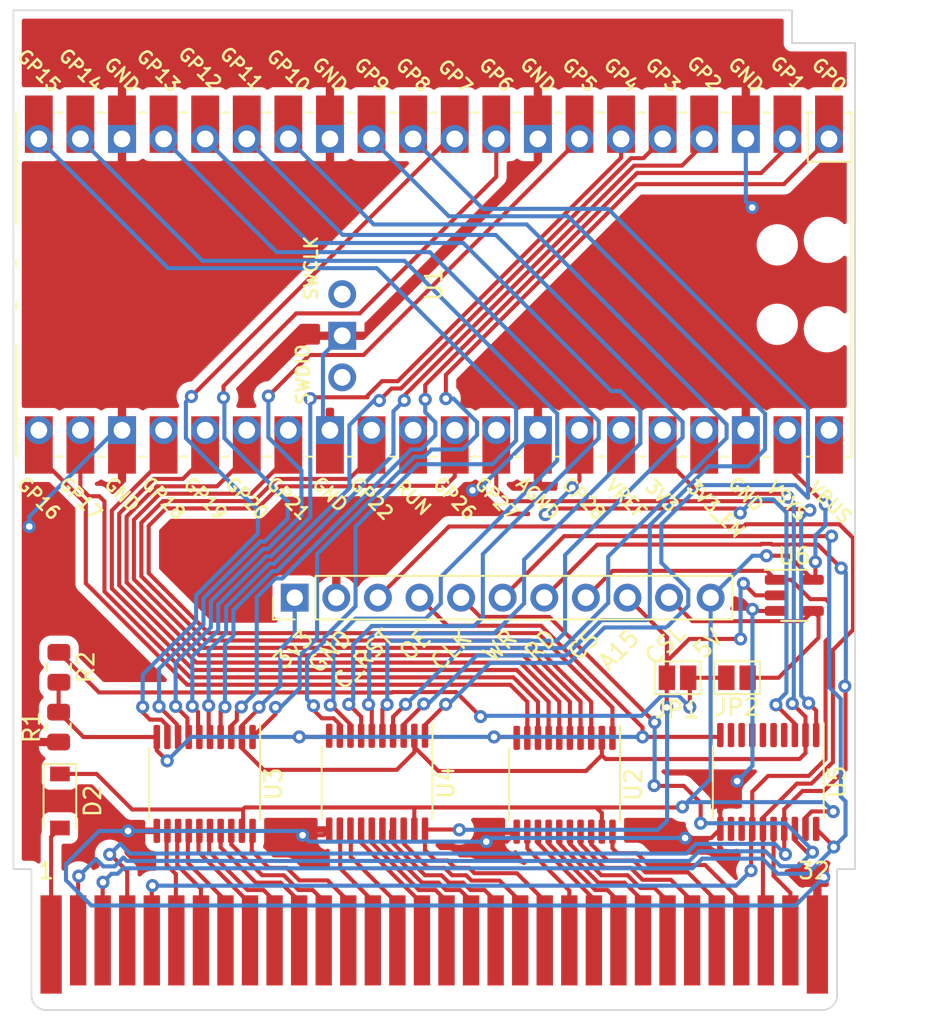
<source format=kicad_pcb>
(kicad_pcb (version 20211014) (generator pcbnew)
  (layers (0 "F.Cu" signal) (31 "B.Cu" signal) (34 "B.Paste" user) (35 "F.Paste" user) (36 "B.SilkS" user "B.Silkscreen") (37 "F.SilkS" user "F.Silkscreen") (38 "B.Mask" user) (39 "F.Mask" user) (44 "Edge.Cuts" user))
  (net 0 "")
  (net 1 "VCC5")
  (net 2 "+5V")
  (net 4 "GND")
  (net 6 "CLK")
  (net 7 "WR")
  (net 8 "RD")
  (net 9 "CS")
  (net 10 "A0")
  (net 11 "A1")
  (net 12 "A2")
  (net 13 "A3")
  (net 14 "A4")
  (net 15 "A5")
  (net 16 "A6")
  (net 17 "A7")
  (net 18 "A8")
  (net 19 "A9")
  (net 20 "A10")
  (net 21 "A11")
  (net 22 "A12")
  (net 23 "A13")
  (net 24 "A14")
  (net 25 "A15")
  (net 26 "D0")
  (net 27 "D1")
  (net 28 "D2")
  (net 29 "D3")
  (net 30 "D4")
  (net 31 "D5")
  (net 32 "D6")
  (net 33 "D7")
  (net 34 "CART_RESET")
  (net 35 "AUDIOIN")
  (net 36 "VCC3v3")
  (net 37 "OE")
  (net 38 "CHIP_SELECT")
  (net 39 "Net-(JP1-Pad2)")
  (net 40 "GPIO16")
  (net 41 "GPIO17")
  (net 42 "GPIO18")
  (net 43 "GPIO19")
  (net 44 "GPIO20")
  (net 45 "GPIO21")
  (net 46 "GPIO22")
  (net 47 "GPIO26")
  (net 48 "GPIO0")
  (net 49 "GPIO1")
  (net 50 "GPIO2")
  (net 51 "GPIO3")
  (net 52 "GPIO4")
  (net 53 "GPIO5")
  (net 54 "GPIO6")
  (net 55 "GPIO7")
  (net 56 "GPIO8")
  (net 57 "GPIO9")
  (net 58 "GPIO10")
  (net 59 "GPIO11")
  (net 60 "GPIO12")
  (net 61 "GPIO13")
  (net 62 "GPIO14")
  (net 63 "GPIO15")
  (net 64 "GPIO27")
  (net 65 "GPIO28")
  (footprint "Resistor_SMD:R_0805_2012Metric" (layer "F.Cu") (at 109.14 106.11 90)
    (fp_text reference "R1")
    (fp_text value "1K ohm")
  )
  (footprint "Jumper:SolderJumper-2_P1.3mm_Open_Pad1.0x1.5mm" (layer "F.Cu") (at 146.94 103.1)
    (fp_text reference "JP1")
    (fp_text value "Jumper_2_Bridged" hide)
  )
  (footprint "Package_SO:TSSOP-20_4.4x6.5mm_P0.65mm" (layer "F.Cu") (at 152.48 109.46 -90)
    (fp_text reference "U5")
    (fp_text value "TXS0108EPW")
  )
  (footprint "Connector_PinHeader_2.54mm:PinHeader_1x11_P2.54mm_Vertical" (layer "F.Cu") (at 123.56 98.21 90)
    (fp_text reference "J3" hide)
    (fp_text value "Conn_01x11_Female" hide)
  )
  (footprint "Package_SO:TSSOP-20_4.4x6.5mm_P0.65mm" (layer "F.Cu") (at 128.59 109.5 -90)
    (fp_text reference "U4")
    (fp_text value "TXS0108EPW")
  )
  (footprint "Gekkio_Connector_PCBEdge:GameBoy_Cartridge_1x32_P1.50mm_Edge" (layer "F.Cu") (at 132.08 119.38)
    (fp_text reference "J2" hide)
    (fp_text value "GameBoy_Cartridge")
    (fp_line (start -24.6 -4.6) (end -25.7 -4.6) (layer "Edge.Cuts") (width 0.1))
    (fp_line (start -25.7 -4.6) (end -25.7 -7) (layer "Edge.Cuts") (width 0.1))
    (fp_line (start -24.6 3.1) (end -24.6 -4.6) (layer "Edge.Cuts") (width 0.1))
    (fp_line (start 25.7 -4.6) (end 25.7 -7) (layer "Edge.Cuts") (width 0.1))
    (fp_line (start -23.7 4) (end 23.7 4) (layer "Edge.Cuts") (width 0.1))
    (fp_line (start 24.6 3.1) (end 24.6 -4.6) (layer "Edge.Cuts") (width 0.1))
    (fp_line (start 24.6 -4.6) (end 25.7 -4.6) (layer "Edge.Cuts") (width 0.1))
    (fp_arc (start 24.6 3.1) (mid 24.336396 3.736396) (end 23.7 4) (layer "Edge.Cuts") (width 0.1))
    (fp_arc (start -23.7 4) (mid -24.336396 3.736396) (end -24.6 3.1) (layer "Edge.Cuts") (width 0.1))
  )
  (footprint "Package_TO_SOT_SMD:SOT-23-5" (layer "F.Cu") (at 154.07 98.07)
    (fp_text reference "U6")
    (fp_text value "74AHC1G00")
  )
  (footprint "Diode_SMD:D_SOD-123" (layer "F.Cu") (at 109.22 110.62 -90)
    (fp_text reference "D2")
    (fp_text value "D_Schottky")
  )
  (footprint "Resistor_SMD:R_0805_2012Metric" (layer "F.Cu") (at 109.16 102.46 -90)
    (fp_text reference "R2")
    (fp_text value "500 ohm")
  )
  (footprint "RPi_Pico:RPi_PicoW_SMD_TH" (layer "F.Cu") (at 132.06 79.1 -90)
    (fp_text reference "U1")
    (fp_text value "PicoW")
  )
  (footprint "Package_SO:TSSOP-20_4.4x6.5mm_P0.65mm" (layer "F.Cu") (at 140.04 109.63 -90)
    (fp_text reference "U2")
    (fp_text value "TXS0108EPW")
  )
  (footprint "Jumper:SolderJumper-2_P1.3mm_Open_Pad1.0x1.5mm" (layer "F.Cu") (at 150.57 103.1 180)
    (fp_text reference "JP2")
    (fp_text value "Jumper_2_Bridged" hide)
  )
  (footprint "Package_SO:TSSOP-20_4.4x6.5mm_P0.65mm" (layer "F.Cu") (at 118.06 109.58 -90)
    (fp_text reference "U3")
    (fp_text value "TXS0108EPW")
  )
  (gr_line (start 153.93 62.36) (end 153.93 64.36) (layer "Edge.Cuts") (width 0.1))
  (gr_line (start 106.38 112.38) (end 106.38 62.36) (layer "Edge.Cuts") (width 0.1))
  (gr_line (start 106.38 62.36) (end 153.93 62.36) (layer "Edge.Cuts") (width 0.1))
  (gr_line (start 153.93 64.36) (end 157.78 64.36) (layer "Edge.Cuts") (width 0.1))
  (gr_line (start 157.78 64.36) (end 157.78 112.38) (layer "Edge.Cuts") (width 0.1))
  (gr_text "A15" (at 143.35 101.388867 45) (layer "F.SilkS") (effects (font (size 1 1))))
  (gr_text "OE\n" (at 130.92 101.102657 45) (layer "F.SilkS") (effects (font (size 1 1))))
  (gr_text "C_RST" (at 127.75 101.99 45) (layer "F.SilkS") (effects (font (size 1 1))))
  (gr_text "GND" (at 125.72 101.489882 45) (layer "F.SilkS") (effects (font (size 1 1))))
  (gr_text "RD" (at 138.58 101.119492 45) (layer "F.SilkS") (effects (font (size 1 1))))
  (gr_text "5V\n" (at 148.81 101.052149 45) (layer "F.SilkS") (effects (font (size 1 1))))
  (gr_text "CS" (at 141.2 101.102657 45) (layer "F.SilkS") (effects (font (size 1 1))))
  (gr_text "3v3" (at 123.49 101.355195 45) (layer "F.SilkS") (effects (font (size 1 1))))
  (gr_text "WR" (at 136.11 101.17 45) (layer "F.SilkS") (effects (font (size 1 1))))
  (gr_text "CLK\n" (at 133.11 101.405702 45) (layer "F.SilkS") (effects (font (size 1 1))))
  (gr_text "CSL" (at 146.17 101.1 45) (layer "F.SilkS") (effects (font (size 1 1))))
  (segment (start 120.41 112.3675) (end 120.335 112.4425) (width 0.25) (layer "F.Cu") (net 1))
  (segment (start 142.315 111.355) (end 142.315 112.4925) (width 0.25) (layer "F.Cu") (net 1))
  (segment (start 120.4 111.14) (end 120.41 111.13) (width 0.25) (layer "F.Cu") (net 1))
  (segment (start 147.205 111.015) (end 147.24 110.98) (width 0.25) (layer "F.Cu") (net 1))
  (segment (start 154.755 111.633959) (end 154.755 112.3225) (width 0.25) (layer "F.Cu") (net 1))
  (segment (start 109.22 108.97) (end 111.46 108.97) (width 0.25) (layer "F.Cu") (net 1))
  (segment (start 156.44 111.26) (end 155.128959 111.26) (width 0.25) (layer "F.Cu") (net 1))
  (segment (start 141.965 111.015) (end 141.97 111.01) (width 0.25) (layer "F.Cu") (net 1))
  (segment (start 120.41 111.13) (end 120.525 111.015) (width 0.25) (layer "F.Cu") (net 1))
  (segment (start 130.865 111.015) (end 141.965 111.015) (width 0.25) (layer "F.Cu") (net 1))
  (segment (start 153.65 87.99) (end 153.65 90.21) (width 0.25) (layer "F.Cu") (net 1))
  (segment (start 130.865 111.015) (end 130.865 112.3625) (width 0.25) (layer "F.Cu") (net 1))
  (segment (start 120.525 111.015) (end 130.865 111.015) (width 0.25) (layer "F.Cu") (net 1))
  (segment (start 153.7375 95.65) (end 155.2075 97.12) (width 0.25) (layer "F.Cu") (net 1))
  (segment (start 155.36 96.9675) (end 155.2075 97.12) (width 0.25) (layer "F.Cu") (net 1))
  (segment (start 152.37 95.65) (end 153.7375 95.65) (width 0.25) (layer "F.Cu") (net 1))
  (segment (start 153.65 90.21) (end 155.97 92.53) (width 0.25) (layer "F.Cu") (net 1))
  (segment (start 155.36 96.03) (end 155.36 96.9675) (width 0.25) (layer "F.Cu") (net 1))
  (segment (start 155.128959 111.26) (end 154.755 111.633959) (width 0.25) (layer "F.Cu") (net 1))
  (segment (start 111.46 108.97) (end 113.63 111.14) (width 0.25) (layer "F.Cu") (net 1))
  (segment (start 141.97 111.01) (end 142.315 111.355) (width 0.25) (layer "F.Cu") (net 1))
  (segment (start 156.45 111.27) (end 156.44 111.26) (width 0.25) (layer "F.Cu") (net 1))
  (segment (start 120.41 111.13) (end 120.41 112.3675) (width 0.25) (layer "F.Cu") (net 1))
  (segment (start 141.965 111.015) (end 147.205 111.015) (width 0.25) (layer "F.Cu") (net 1))
  (segment (start 113.63 111.14) (end 120.4 111.14) (width 0.25) (layer "F.Cu") (net 1))
  (via (at 155.97 92.53) (size 0.8) (drill 0.4) (layers "F.Cu" "B.Cu") (net 1))
  (via (at 156.45 111.27) (size 0.8) (drill 0.4) (layers "F.Cu" "B.Cu") (net 1))
  (via (at 155.36 96.03) (size 0.8) (drill 0.4) (layers "F.Cu" "B.Cu") (net 1))
  (via (at 152.37 95.65) (size 0.8) (drill 0.4) (layers "F.Cu" "B.Cu") (net 1))
  (via (at 147.24 110.98) (size 0.8) (drill 0.4) (layers "F.Cu" "B.Cu") (net 1))
  (segment (start 156.45 111.27) (end 155.87 110.69) (width 0.25) (layer "B.Cu") (net 1))
  (segment (start 147.53 110.69) (end 147.24 110.98) (width 0.25) (layer "B.Cu") (net 1))
  (segment (start 151.52 95.65) (end 152.37 95.65) (width 0.25) (layer "B.Cu") (net 1))
  (segment (start 148.96 109.26) (end 148.96 98.21) (width 0.25) (layer "B.Cu") (net 1))
  (segment (start 147.24 110.98) (end 148.96 109.26) (width 0.25) (layer "B.Cu") (net 1))
  (segment (start 155.97 93.806896) (end 155.36 94.416896) (width 0.25) (layer "B.Cu") (net 1))
  (segment (start 155.36 94.416896) (end 155.36 96.03) (width 0.25) (layer "B.Cu") (net 1))
  (segment (start 148.96 98.21) (end 151.52 95.65) (width 0.25) (layer "B.Cu") (net 1))
  (segment (start 155.97 92.53) (end 155.97 93.806896) (width 0.25) (layer "B.Cu") (net 1))
  (segment (start 155.87 110.69) (end 147.53 110.69) (width 0.25) (layer "B.Cu") (net 1))
  (segment (start 108.68 119.38) (end 108.68 112.81) (width 0.25) (layer "F.Cu") (net 2))
  (segment (start 108.68 112.81) (end 109.22 112.27) (width 0.25) (layer "F.Cu") (net 2))
  (segment (start 113.38 112.45) (end 115.1275 112.45) (width 0.25) (layer "F.Cu") (net 4))
  (segment (start 152.9325 99.02) (end 151.614 99.02) (width 0.25) (layer "F.Cu") (net 4))
  (segment (start 135.26 113.1045) (end 136.503 113.1045) (width 0.25) (layer "F.Cu") (net 4))
  (segment (start 155.48 115.66) (end 155.87 115.27) (width 0.25) (layer "F.Cu") (net 4))
  (segment (start 149.555 112.3225) (end 148.9975 112.88) (width 0.25) (layer "F.Cu") (net 4))
  (segment (start 124.04 112.71) (end 125.3175 112.71) (width 0.25) (layer "F.Cu") (net 4))
  (segment (start 155.48 119.38) (end 155.48 115.66) (width 0.25) (layer "F.Cu") (net 4))
  (segment (start 149.555 112.3225) (end 149.555 110.435) (width 0.25) (layer "F.Cu") (net 4))
  (segment (start 125.3175 112.71) (end 125.665 112.3625) (width 0.25) (layer "F.Cu") (net 4))
  (segment (start 148.9975 112.88) (end 147.4 112.88) (width 0.25) (layer "F.Cu") (net 4))
  (segment (start 149.555 110.435) (end 150.58 109.41) (width 0.25) (layer "F.Cu") (net 4))
  (segment (start 115.1275 112.45) (end 115.135 112.4425) (width 0.25) (layer "F.Cu") (net 4))
  (segment (start 136.503 113.1045) (end 137.115 112.4925) (width 0.25) (layer "F.Cu") (net 4))
  (segment (start 151.614 99.02) (end 151.5145 98.9205) (width 0.25) (layer "F.Cu") (net 4))
  (via (at 113.38 112.45) (size 0.8) (drill 0.4) (layers "F.Cu" "B.Cu") (net 4))
  (via (at 134.42 91.66) (size 0.8) (drill 0.4) (layers "F.Cu" "B.Cu") (net 4))
  (via (at 107.35 93.87) (size 0.8) (drill 0.4) (layers "F.Cu" "B.Cu") (net 4))
  (via (at 147.4 112.88) (size 0.8) (drill 0.4) (layers "F.Cu" "B.Cu") (net 4))
  (via (at 151.5 74.4) (size 0.8) (drill 0.4) (layers "F.Cu" "B.Cu") (net 4))
  (via (at 151.5145 98.9205) (size 0.8) (drill 0.4) (layers "F.Cu" "B.Cu") (net 4))
  (via (at 150.58 109.41) (size 0.8) (drill 0.4) (layers "F.Cu" "B.Cu") (net 4))
  (via (at 124.04 112.71) (size 0.8) (drill 0.4) (layers "F.Cu" "B.Cu") (net 4))
  (via (at 135.26 113.1045) (size 0.8) (drill 0.4) (layers "F.Cu" "B.Cu") (net 4))
  (via (at 155.87 115.27) (size 0.8) (drill 0.4) (layers "F.Cu" "B.Cu") (net 4))
  (segment (start 109.59 114.47) (end 111.61 112.45) (width 0.25) (layer "B.Cu") (net 4))
  (segment (start 124.4345 113.1045) (end 124.04 112.71) (width 0.25) (layer "B.Cu") (net 4))
  (segment (start 151.89 117) (end 111.134695 117) (width 0.25) (layer "B.Cu") (net 4))
  (segment (start 150.58 109.41) (end 151.5145 108.4755) (width 0.25) (layer "B.Cu") (net 4))
  (segment (start 135.26 113.1045) (end 124.4345 113.1045) (width 0.25) (layer "B.Cu") (net 4))
  (segment (start 107.78 92.83) (end 107.35 93.26) (width 0.25) (layer "B.Cu") (net 4))
  (segment (start 111.134695 117) (end 109.59 115.455305) (width 0.25) (layer "B.Cu") (net 4))
  (segment (start 155.87 115.27) (end 154.14 117) (width 0.25) (layer "B.Cu") (net 4))
  (segment (start 151.11 70.21) (end 151.11 74.01) (width 0.25) (layer "B.Cu") (net 4))
  (segment (start 151.5145 108.4755) (end 151.5145 98.9205) (width 0.25) (layer "B.Cu") (net 4))
  (segment (start 107.35 93.26) (end 107.35 93.87) (width 0.25) (layer "B.Cu") (net 4))
  (segment (start 147.4 112.88) (end 135.4845 112.88) (width 0.25) (layer "B.Cu") (net 4))
  (segment (start 109.59 115.455305) (end 109.59 114.47) (width 0.25) (layer "B.Cu") (net 4))
  (segment (start 138.41 87.99) (end 134.74 91.66) (width 0.25) (layer "B.Cu") (net 4))
  (segment (start 151.11 74.01) (end 151.5 74.4) (width 0.25) (layer "B.Cu") (net 4))
  (segment (start 112.62 87.99) (end 107.78 92.83) (width 0.25) (layer "B.Cu") (net 4))
  (segment (start 111.61 112.45) (end 113.38 112.45) (width 0.25) (layer "B.Cu") (net 4))
  (segment (start 113.01 87.99) (end 112.62 87.99) (width 0.25) (layer "B.Cu") (net 4))
  (segment (start 126.46 82.2241) (end 125.285 83.3991) (width 0.25) (layer "B.Cu") (net 4))
  (segment (start 113.38 112.45) (end 123.78 112.45) (width 0.25) (layer "B.Cu") (net 4))
  (segment (start 154.14 117) (end 151.89 117) (width 0.25) (layer "B.Cu") (net 4))
  (segment (start 134.74 91.66) (end 134.42 91.66) (width 0.25) (layer "B.Cu") (net 4))
  (segment (start 125.285 87.565) (end 125.71 87.99) (width 0.25) (layer "B.Cu") (net 4))
  (segment (start 135.4845 112.88) (end 135.26 113.1045) (width 0.25) (layer "B.Cu") (net 4))
  (segment (start 125.285 83.3991) (end 125.285 87.565) (width 0.25) (layer "B.Cu") (net 4))
  (segment (start 123.78 112.45) (end 124.04 112.71) (width 0.25) (layer "B.Cu") (net 4))
  (segment (start 154.105 113.011041) (end 154.105 112.3225) (width 0.25) (layer "F.Cu") (net 6))
  (segment (start 145.54 105.82) (end 139.105 99.385) (width 0.25) (layer "F.Cu") (net 6))
  (segment (start 110.33 115.25) (end 110.33 119.13) (width 0.25) (layer "F.Cu") (net 6))
  (segment (start 155.18 113.75) (end 154.843959 113.75) (width 0.25) (layer "F.Cu") (net 6))
  (segment (start 145.53 109.7) (end 145.51 109.68) (width 0.25) (layer "F.Cu") (net 6))
  (segment (start 147.32 109.7) (end 145.53 109.7) (width 0.25) (layer "F.Cu") (net 6))
  (segment (start 134.895 99.385) (end 133.72 98.21) (width 0.25) (layer "F.Cu") (net 6))
  (segment (start 154.843959 113.75) (end 154.105 113.011041) (width 0.25) (layer "F.Cu") (net 6))
  (segment (start 148.35 110.73) (end 147.32 109.7) (width 0.25) (layer "F.Cu") (net 6))
  (segment (start 139.105 99.385) (end 134.895 99.385) (width 0.25) (layer "F.Cu") (net 6))
  (segment (start 148.35 111.98) (end 148.35 110.73) (width 0.25) (layer "F.Cu") (net 6))
  (segment (start 110.37 115.21) (end 110.33 115.25) (width 0.25) (layer "F.Cu") (net 6))
  (via (at 110.37 115.21) (size 0.8) (drill 0.4) (layers "F.Cu" "B.Cu") (net 6))
  (via (at 155.18 113.75) (size 0.8) (drill 0.4) (layers "F.Cu" "B.Cu") (net 6))
  (via (at 145.51 109.68) (size 0.8) (drill 0.4) (layers "F.Cu" "B.Cu") (net 6))
  (via (at 148.35 111.98) (size 0.8) (drill 0.4) (layers "F.Cu" "B.Cu") (net 6))
  (via (at 145.54 105.82) (size 0.8) (drill 0.4) (layers "F.Cu" "B.Cu") (net 6))
  (segment (start 148.251701 113.69) (end 147.662201 114.2795) (width 0.25) (layer "B.Cu") (net 6))
  (segment (start 154.325 114.605) (end 153.229195 114.605) (width 0.25) (layer "B.Cu") (net 6))
  (segment (start 153.54 111.98) (end 148.35 111.98) (width 0.25) (layer "B.Cu") (net 6))
  (segment (start 113.310278 114.2795) (end 113.101629 114.07085) (width 0.25) (layer "B.Cu") (net 6))
  (segment (start 155.18 113.75) (end 154.325 114.605) (width 0.25) (layer "B.Cu") (net 6))
  (segment (start 145.54 109.65) (end 145.54 105.82) (width 0.25) (layer "B.Cu") (net 6))
  (segment (start 155.18 113.62) (end 153.54 111.98) (width 0.25) (layer "B.Cu") (net 6))
  (segment (start 152.314195 113.69) (end 148.251701 113.69) (width 0.25) (layer "B.Cu") (net 6))
  (segment (start 111.872174 114.612174) (end 111.42 114.16) (width 0.25) (layer "B.Cu") (net 6))
  (segment (start 145.51 109.68) (end 145.54 109.65) (width 0.25) (layer "B.Cu") (net 6))
  (segment (start 113.101629 114.07085) (end 112.560305 114.612174) (width 0.25) (layer "B.Cu") (net 6))
  (segment (start 147.662201 114.2795) (end 113.310278 114.2795) (width 0.25) (layer "B.Cu") (net 6))
  (segment (start 111.42 114.16) (end 110.37 115.21) (width 0.25) (layer "B.Cu") (net 6))
  (segment (start 155.18 113.75) (end 155.18 113.62) (width 0.25) (layer "B.Cu") (net 6))
  (segment (start 112.560305 114.612174) (end 111.872174 114.612174) (width 0.25) (layer "B.Cu") (net 6))
  (segment (start 153.229195 114.605) (end 152.314195 113.69) (width 0.25) (layer "B.Cu") (net 6))
  (segment (start 111.83 115.6) (end 111.83 119.13) (width 0.25) (layer "F.Cu") (net 7))
  (segment (start 156.48 113.43) (end 156.48 113.3975) (width 0.25) (layer "F.Cu") (net 7))
  (segment (start 136.26 98.21) (end 140.0155 94.4545) (width 0.25) (layer "F.Cu") (net 7))
  (segment (start 111.85 115.58) (end 111.83 115.6) (width 0.25) (layer "F.Cu") (net 7))
  (segment (start 156.48 113.3975) (end 155.405 112.3225) (width 0.25) (layer "F.Cu") (net 7))
  (segment (start 140.0155 94.4545) (end 156.347701 94.4545) (width 0.25) (layer "F.Cu") (net 7))
  (via (at 156.347701 94.4545) (size 0.8) (drill 0.4) (layers "F.Cu" "B.Cu") (net 7))
  (via (at 156.48 113.43) (size 0.8) (drill 0.4) (layers "F.Cu" "B.Cu") (net 7))
  (via (at 111.85 115.58) (size 0.8) (drill 0.4) (layers "F.Cu" "B.Cu") (net 7))
  (segment (start 156.2055 94.596701) (end 156.347701 94.4545) (width 0.25) (layer "B.Cu") (net 7))
  (segment (start 157.2 110.644695) (end 156.91 110.354695) (width 0.25) (layer "B.Cu") (net 7))
  (segment (start 147.848597 114.7295) (end 113.123882 114.7295) (width 0.25) (layer "B.Cu") (net 7))
  (segment (start 152.127799 114.14) (end 148.438097 114.14) (width 0.25) (layer "B.Cu") (net 7))
  (segment (start 157.2 112.71) (end 157.2 110.644695) (width 0.25) (layer "B.Cu") (net 7))
  (segment (start 156.48 113.43) (end 157.2 112.71) (width 0.25) (layer "B.Cu") (net 7))
  (segment (start 153.049473 115.061674) (end 152.127799 114.14) (width 0.25) (layer "B.Cu") (net 7))
  (segment (start 113.101629 114.707246) (end 112.746701 115.062174) (width 0.25) (layer "B.Cu") (net 7))
  (segment (start 156.48 113.475305) (end 154.893631 115.061674) (width 0.25) (layer "B.Cu") (net 7))
  (segment (start 113.123882 114.7295) (end 113.101629 114.707246) (width 0.25) (layer "B.Cu") (net 7))
  (segment (start 112.367826 115.062174) (end 111.85 115.58) (width 0.25) (layer "B.Cu") (net 7))
  (segment (start 112.746701 115.062174) (end 112.367826 115.062174) (width 0.25) (layer "B.Cu") (net 7))
  (segment (start 156.91 104.390805) (end 156.2055 103.686305) (width 0.25) (layer "B.Cu") (net 7))
  (segment (start 148.438097 114.14) (end 147.848597 114.7295) (width 0.25) (layer "B.Cu") (net 7))
  (segment (start 156.48 113.43) (end 156.48 113.475305) (width 0.25) (layer "B.Cu") (net 7))
  (segment (start 154.893631 115.061674) (end 153.049473 115.061674) (width 0.25) (layer "B.Cu") (net 7))
  (segment (start 156.91 110.354695) (end 156.91 104.390805) (width 0.25) (layer "B.Cu") (net 7))
  (segment (start 156.2055 103.686305) (end 156.2055 94.596701) (width 0.25) (layer "B.Cu") (net 7))
  (segment (start 142.04 94.97) (end 138.8 98.21) (width 0.25) (layer "F.Cu") (net 8))
  (segment (start 153.455 113.8055) (end 153.5295 113.88) (width 0.25) (layer "F.Cu") (net 8))
  (segment (start 157.2 108.686396) (end 155.876396 110.01) (width 0.25) (layer "F.Cu") (net 8))
  (segment (start 157.2 103.6555) (end 157.2 108.686396) (width 0.25) (layer "F.Cu") (net 8))
  (segment (start 156.9305 96.4) (end 155.5005 94.97) (width 0.25) (layer "F.Cu") (net 8))
  (segment (start 155.5005 94.97) (end 152.715305 94.97) (width 0.25) (layer "F.Cu") (net 8))
  (segment (start 157.1545 103.61) (end 157.2 103.6555) (width 0.25) (layer "F.Cu") (net 8))
  (segment (start 112.307172 113.887174) (end 113.33 114.910002) (width 0.25) (layer "F.Cu") (net 8))
  (segment (start 153.455 112.3225) (end 153.455 113.8055) (width 0.25) (layer "F.Cu") (net 8))
  (segment (start 155.876396 110.01) (end 154.57 110.01) (width 0.25) (layer "F.Cu") (net 8))
  (segment (start 152.670305 94.925) (end 152.069695 94.925) (width 0.25) (layer "F.Cu") (net 8))
  (segment (start 152.024695 94.97) (end 142.04 94.97) (width 0.25) (layer "F.Cu") (net 8))
  (segment (start 152.715305 94.97) (end 152.670305 94.925) (width 0.25) (layer "F.Cu") (net 8))
  (segment (start 152.069695 94.925) (end 152.024695 94.97) (width 0.25) (layer "F.Cu") (net 8))
  (segment (start 153.455 111.125) (end 153.455 112.3225) (width 0.25) (layer "F.Cu") (net 8))
  (segment (start 112.26 113.887174) (end 112.307172 113.887174) (width 0.25) (layer "F.Cu") (net 8))
  (segment (start 154.57 110.01) (end 153.455 111.125) (width 0.25) (layer "F.Cu") (net 8))
  (segment (start 113.33 114.910002) (end 113.33 119.13) (width 0.25) (layer "F.Cu") (net 8))
  (via (at 156.9305 96.4) (size 0.8) (drill 0.4) (layers "F.Cu" "B.Cu") (net 8))
  (via (at 112.26 113.887174) (size 0.8) (drill 0.4) (layers "F.Cu" "B.Cu") (net 8))
  (via (at 157.1545 103.61) (size 0.8) (drill 0.4) (layers "F.Cu" "B.Cu") (net 8))
  (via (at 153.5295 113.88) (size 0.8) (drill 0.4) (layers "F.Cu" "B.Cu") (net 8))
  (segment (start 157.22 103.5445) (end 157.1545 103.61) (width 0.25) (layer "B.Cu") (net 8))
  (segment (start 148.065305 113.24) (end 152.8895 113.24) (width 0.25) (layer "B.Cu") (net 8))
  (segment (start 113.496674 113.8295) (end 147.475805 113.8295) (width 0.25) (layer "B.Cu") (net 8))
  (segment (start 156.9305 96.4) (end 157.22 96.6895) (width 0.25) (layer "B.Cu") (net 8))
  (segment (start 157.22 96.6895) (end 157.22 103.5445) (width 0.25) (layer "B.Cu") (net 8))
  (segment (start 112.26 113.887174) (end 112.907174 113.24) (width 0.25) (layer "B.Cu") (net 8))
  (segment (start 147.475805 113.8295) (end 148.065305 113.24) (width 0.25) (layer "B.Cu") (net 8))
  (segment (start 112.907174 113.24) (end 113.496674 113.8295) (width 0.25) (layer "B.Cu") (net 8))
  (segment (start 152.8895 113.24) (end 153.5295 113.88) (width 0.25) (layer "B.Cu") (net 8))
  (segment (start 142.976443 96.573557) (end 152.386057 96.573557) (width 0.25) (layer "F.Cu") (net 9))
  (segment (start 152.386057 96.573557) (end 152.9325 97.12) (width 0.25) (layer "F.Cu") (net 9))
  (segment (start 156.195 100.651396) (end 155.98 100.866396) (width 0.25) (layer "F.Cu") (net 9))
  (segment (start 151.505 110.055) (end 151.505 112.3225) (width 0.25) (layer "F.Cu") (net 9))
  (segment (start 151.4305 112.397) (end 151.505 112.3225) (width 0.25) (layer "F.Cu") (net 9))
  (segment (start 155.053249 98.3) (end 155.98 98.3) (width 0.25) (layer "F.Cu") (net 9))
  (segment (start 153.873249 97.12) (end 155.053249 98.3) (width 0.25) (layer "F.Cu") (net 9))
  (segment (start 152.9325 97.12) (end 153.873249 97.12) (width 0.25) (layer "F.Cu") (net 9))
  (segment (start 155.98 108.06) (end 154.95 109.09) (width 0.25) (layer "F.Cu") (net 9))
  (segment (start 152.47 109.09) (end 151.505 110.055) (width 0.25) (layer "F.Cu") (net 9))
  (segment (start 155.98 100.866396) (end 155.98 108.06) (width 0.25) (layer "F.Cu") (net 9))
  (segment (start 151.4305 114.8645) (end 151.4305 112.397) (width 0.25) (layer "F.Cu") (net 9))
  (segment (start 141.34 98.21) (end 142.976443 96.573557) (width 0.25) (layer "F.Cu") (net 9))
  (segment (start 155.98 98.3) (end 156.195 98.515) (width 0.25) (layer "F.Cu") (net 9))
  (segment (start 114.83 115.826174) (end 114.87 115.786174) (width 0.25) (layer "F.Cu") (net 9))
  (segment (start 156.195 98.515) (end 156.195 100.651396) (width 0.25) (layer "F.Cu") (net 9))
  (segment (start 114.83 119.13) (end 114.83 115.826174) (width 0.25) (layer "F.Cu") (net 9))
  (segment (start 154.95 109.09) (end 152.47 109.09) (width 0.25) (layer "F.Cu") (net 9))
  (via (at 114.87 115.786174) (size 0.8) (drill 0.4) (layers "F.Cu" "B.Cu") (net 9))
  (via (at 151.4305 114.8645) (size 0.8) (drill 0.4) (layers "F.Cu" "B.Cu") (net 9))
  (segment (start 114.872808 115.788982) (end 114.87 115.786174) (width 0.25) (layer "B.Cu") (net 9))
  (segment (start 150.506018 115.788982) (end 114.872808 115.788982) (width 0.25) (layer "B.Cu") (net 9))
  (segment (start 151.4305 114.8645) (end 150.506018 115.788982) (width 0.25) (layer "B.Cu") (net 9))
  (segment (start 116.3 115.086396) (end 116.3 119.1) (width 0.25) (layer "F.Cu") (net 10))
  (segment (start 116.3 119.1) (end 116.33 119.13) (width 0.25) (layer "F.Cu") (net 10))
  (segment (start 115.785 112.4425) (end 115.735 112.4925) (width 0.25) (layer "F.Cu") (net 10))
  (segment (start 115.735 112.4925) (end 115.735 114.521396) (width 0.25) (layer "F.Cu") (net 10))
  (segment (start 115.735 114.521396) (end 116.3 115.086396) (width 0.25) (layer "F.Cu") (net 10))
  (segment (start 116.385 114.535) (end 117.83 115.98) (width 0.25) (layer "F.Cu") (net 11))
  (segment (start 116.435 112.4425) (end 116.385 112.4925) (width 0.25) (layer "F.Cu") (net 11))
  (segment (start 117.83 115.98) (end 117.83 119.13) (width 0.25) (layer "F.Cu") (net 11))
  (segment (start 116.385 112.4925) (end 116.385 114.535) (width 0.25) (layer "F.Cu") (net 11))
  (segment (start 117.035 112.4925) (end 117.035 114.405) (width 0.25) (layer "F.Cu") (net 12))
  (segment (start 117.085 112.4425) (end 117.035 112.4925) (width 0.25) (layer "F.Cu") (net 12))
  (segment (start 117.035 114.405) (end 119.33 116.7) (width 0.25) (layer "F.Cu") (net 12))
  (segment (start 119.33 116.7) (end 119.33 119.13) (width 0.25) (layer "F.Cu") (net 12))
  (segment (start 117.685 112.4925) (end 117.685 113.735) (width 0.25) (layer "F.Cu") (net 13))
  (segment (start 117.685 113.735) (end 120.83 116.88) (width 0.25) (layer "F.Cu") (net 13))
  (segment (start 120.83 116.88) (end 120.83 119.13) (width 0.25) (layer "F.Cu") (net 13))
  (segment (start 117.735 112.4425) (end 117.685 112.4925) (width 0.25) (layer "F.Cu") (net 13))
  (segment (start 118.385 112.4425) (end 118.335 112.4925) (width 0.25) (layer "F.Cu") (net 14))
  (segment (start 118.335 112.4925) (end 118.335 113.715) (width 0.25) (layer "F.Cu") (net 14))
  (segment (start 122.33 116.73) (end 122.33 119.13) (width 0.25) (layer "F.Cu") (net 14))
  (segment (start 120.675 116.055) (end 121.655 116.055) (width 0.25) (layer "F.Cu") (net 14))
  (segment (start 118.335 113.715) (end 120.675 116.055) (width 0.25) (layer "F.Cu") (net 14))
  (segment (start 121.655 116.055) (end 122.33 116.73) (width 0.25) (layer "F.Cu") (net 14))
  (segment (start 123.83 116.73) (end 123.83 119.13) (width 0.25) (layer "F.Cu") (net 15))
  (segment (start 119.035 112.4425) (end 119.035 113.455) (width 0.25) (layer "F.Cu") (net 15))
  (segment (start 122.705 115.605) (end 123.83 116.73) (width 0.25) (layer "F.Cu") (net 15))
  (segment (start 121.185 115.605) (end 122.705 115.605) (width 0.25) (layer "F.Cu") (net 15))
  (segment (start 119.035 113.455) (end 121.185 115.605) (width 0.25) (layer "F.Cu") (net 15))
  (segment (start 121.565 115.155) (end 122.891396 115.155) (width 0.25) (layer "F.Cu") (net 16))
  (segment (start 119.685 112.4425) (end 119.685 113.275) (width 0.25) (layer "F.Cu") (net 16))
  (segment (start 119.685 113.275) (end 121.565 115.155) (width 0.25) (layer "F.Cu") (net 16))
  (segment (start 122.891396 115.155) (end 123.791396 116.055) (width 0.25) (layer "F.Cu") (net 16))
  (segment (start 123.791396 116.055) (end 124.655 116.055) (width 0.25) (layer "F.Cu") (net 16))
  (segment (start 125.33 116.73) (end 125.33 119.13) (width 0.25) (layer "F.Cu") (net 16))
  (segment (start 124.655 116.055) (end 125.33 116.73) (width 0.25) (layer "F.Cu") (net 16))
  (segment (start 120.935 112.4925) (end 120.935 113.665) (width 0.25) (layer "F.Cu") (net 17))
  (segment (start 126.83 116.73) (end 126.83 119.13) (width 0.25) (layer "F.Cu") (net 17))
  (segment (start 121.975 114.705) (end 123.077792 114.705) (width 0.25) (layer "F.Cu") (net 17))
  (segment (start 120.985 112.4425) (end 120.935 112.4925) (width 0.25) (layer "F.Cu") (net 17))
  (segment (start 123.077792 114.705) (end 123.842792 115.47) (width 0.25) (layer "F.Cu") (net 17))
  (segment (start 125.57 115.47) (end 126.83 116.73) (width 0.25) (layer "F.Cu") (net 17))
  (segment (start 120.935 113.665) (end 121.975 114.705) (width 0.25) (layer "F.Cu") (net 17))
  (segment (start 123.842792 115.47) (end 125.57 115.47) (width 0.25) (layer "F.Cu") (net 17))
  (segment (start 128.33 116.73) (end 128.33 119.13) (width 0.25) (layer "F.Cu") (net 18))
  (segment (start 126.335 112.3825) (end 126.335 114.735) (width 0.25) (layer "F.Cu") (net 18))
  (segment (start 126.335 114.735) (end 128.33 116.73) (width 0.25) (layer "F.Cu") (net 18))
  (segment (start 126.315 112.3625) (end 126.335 112.3825) (width 0.25) (layer "F.Cu") (net 18))
  (segment (start 129.83 116.88) (end 129.83 119.13) (width 0.25) (layer "F.Cu") (net 19))
  (segment (start 126.965 112.3625) (end 126.985 112.3825) (width 0.25) (layer "F.Cu") (net 19))
  (segment (start 126.985 114.035) (end 129.83 116.88) (width 0.25) (layer "F.Cu") (net 19))
  (segment (start 126.985 112.3825) (end 126.985 114.035) (width 0.25) (layer "F.Cu") (net 19))
  (segment (start 127.615 113.165) (end 131.33 116.88) (width 0.25) (layer "F.Cu") (net 20))
  (segment (start 131.33 116.88) (end 131.33 119.13) (width 0.25) (layer "F.Cu") (net 20))
  (segment (start 127.615 112.3625) (end 127.615 113.165) (width 0.25) (layer "F.Cu") (net 20))
  (segment (start 132.83 116.73) (end 132.83 119.13) (width 0.25) (layer "F.Cu") (net 21))
  (segment (start 132.155 116.055) (end 132.83 116.73) (width 0.25) (layer "F.Cu") (net 21))
  (segment (start 131.141396 116.055) (end 132.155 116.055) (width 0.25) (layer "F.Cu") (net 21))
  (segment (start 128.265 113.178604) (end 131.141396 116.055) (width 0.25) (layer "F.Cu") (net 21))
  (segment (start 128.265 112.3625) (end 128.265 113.178604) (width 0.25) (layer "F.Cu") (net 21))
  (segment (start 133.655 116.055) (end 134.33 116.73) (width 0.25) (layer "F.Cu") (net 22))
  (segment (start 131.327792 115.605) (end 132.341396 115.605) (width 0.25) (layer "F.Cu") (net 22))
  (segment (start 128.915 112.3625) (end 128.915 113.192208) (width 0.25) (layer "F.Cu") (net 22))
  (segment (start 134.33 116.73) (end 134.33 119.13) (width 0.25) (layer "F.Cu") (net 22))
  (segment (start 128.915 113.192208) (end 131.327792 115.605) (width 0.25) (layer "F.Cu") (net 22))
  (segment (start 132.341396 115.605) (end 132.791396 116.055) (width 0.25) (layer "F.Cu") (net 22))
  (segment (start 132.791396 116.055) (end 133.655 116.055) (width 0.25) (layer "F.Cu") (net 22))
  (segment (start 129.44 112.4875) (end 129.44 113.080812) (width 0.25) (layer "F.Cu") (net 23))
  (segment (start 131.514188 115.155) (end 132.527792 115.155) (width 0.25) (layer "F.Cu") (net 23))
  (segment (start 135.155 116.055) (end 135.83 116.73) (width 0.25) (layer "F.Cu") (net 23))
  (segment (start 132.527792 115.155) (end 132.977792 115.605) (width 0.25) (layer "F.Cu") (net 23))
  (segment (start 132.977792 115.605) (end 133.841396 115.605) (width 0.25) (layer "F.Cu") (net 23))
  (segment (start 129.565 112.3625) (end 129.44 112.4875) (width 0.25) (layer "F.Cu") (net 23))
  (segment (start 134.291396 116.055) (end 135.155 116.055) (width 0.25) (layer "F.Cu") (net 23))
  (segment (start 129.44 113.080812) (end 131.514188 115.155) (width 0.25) (layer "F.Cu") (net 23))
  (segment (start 135.83 116.73) (end 135.83 119.13) (width 0.25) (layer "F.Cu") (net 23))
  (segment (start 133.841396 115.605) (end 134.291396 116.055) (width 0.25) (layer "F.Cu") (net 23))
  (segment (start 134.027792 115.155) (end 134.352792 115.48) (width 0.25) (layer "F.Cu") (net 24))
  (segment (start 136.07 115.48) (end 137.33 116.74) (width 0.25) (layer "F.Cu") (net 24))
  (segment (start 134.352792 115.48) (end 136.07 115.48) (width 0.25) (layer "F.Cu") (net 24))
  (segment (start 131.700584 114.705) (end 132.714188 114.705) (width 0.25) (layer "F.Cu") (net 24))
  (segment (start 133.164188 115.155) (end 134.027792 115.155) (width 0.25) (layer "F.Cu") (net 24))
  (segment (start 137.33 116.74) (end 137.33 119.13) (width 0.25) (layer "F.Cu") (net 24))
  (segment (start 132.714188 114.705) (end 133.164188 115.155) (width 0.25) (layer "F.Cu") (net 24))
  (segment (start 130.215 113.219416) (end 131.700584 114.705) (width 0.25) (layer "F.Cu") (net 24))
  (segment (start 130.215 112.3625) (end 130.215 113.219416) (width 0.25) (layer "F.Cu") (net 24))
  (segment (start 131.515 112.3625) (end 131.515 113.615) (width 0.25) (layer "F.Cu") (net 25))
  (segment (start 131.515 112.3625) (end 133.5925 112.3625) (width 0.25) (layer "F.Cu") (net 25))
  (segment (start 146.29 102.1) (end 147.66 100.73) (width 0.25) (layer "F.Cu") (net 25))
  (segment (start 146.29 100.62) (end 145.78 100.11) (width 0.25) (layer "F.Cu") (net 25))
  (segment (start 134.214188 114.705) (end 134.539188 115.03) (width 0.25) (layer "F.Cu") (net 25))
  (segment (start 150.96 97.34) (end 151.69 98.07) (width 0.25) (layer "F.Cu") (net 25))
  (segment (start 132.900584 114.255) (end 133.350584 114.705) (width 0.25) (layer "F.Cu") (net 25))
  (segment (start 146.29 103.1) (end 146.29 102.1) (width 0.25) (layer "F.Cu") (net 25))
  (segment (start 137.13 115.03) (end 138.83 116.73) (width 0.25) (layer "F.Cu") (net 25))
  (segment (start 131.515 113.615) (end 132.155 114.255) (width 0.25) (layer "F.Cu") (net 25))
  (segment (start 147.66 100.73) (end 150.79 100.73) (width 0.25) (layer "F.Cu") (net 25))
  (segment (start 146.29 103.1) (end 146.29 100.62) (width 0.25) (layer "F.Cu") (net 25))
  (segment (start 133.5925 112.3625) (end 133.61 112.38) (width 0.25) (layer "F.Cu") (net 25))
  (segment (start 133.350584 114.705) (end 134.214188 114.705) (width 0.25) (layer "F.Cu") (net 25))
  (segment (start 132.155 114.255) (end 132.900584 114.255) (width 0.25) (layer "F.Cu") (net 25))
  (segment (start 138.83 116.73) (end 138.83 119.13) (width 0.25) (layer "F.Cu") (net 25))
  (segment (start 151.69 98.07) (end 152.9325 98.07) (width 0.25) (layer "F.Cu") (net 25))
  (segment (start 146.28 103.11) (end 146.29 103.1) (width 0.25) (layer "F.Cu") (net 25))
  (segment (start 145.78 100.11) (end 143.88 98.21) (width 0.25) (layer "F.Cu") (net 25))
  (segment (start 134.539188 115.03) (end 137.13 115.03) (width 0.25) (layer "F.Cu") (net 25))
  (segment (start 146.28 104.91) (end 146.28 103.11) (width 0.25) (layer "F.Cu") (net 25))
  (via (at 150.96 97.34) (size 0.8) (drill 0.4) (layers "F.Cu" "B.Cu") (net 25))
  (via (at 133.61 112.38) (size 0.8) (drill 0.4) (layers "F.Cu" "B.Cu") (net 25))
  (via (at 146.28 104.91) (size 0.8) (drill 0.4) (layers "F.Cu" "B.Cu") (net 25))
  (via (at 150.79 100.73) (size 0.8) (drill 0.4) (layers "F.Cu" "B.Cu") (net 25))
  (segment (start 145.76 112.36) (end 146.3 111.82) (width 0.25) (layer "B.Cu") (net 25))
  (segment (start 146.3 111.82) (end 146.3 104.93) (width 0.25) (layer "B.Cu") (net 25))
  (segment (start 133.61 112.38) (end 145.74 112.38) (width 0.25) (layer "B.Cu") (net 25))
  (segment (start 146.3 104.93) (end 146.28 104.91) (width 0.25) (layer "B.Cu") (net 25))
  (segment (start 150.96 97.34) (end 150.79 97.51) (width 0.25) (layer "B.Cu") (net 25))
  (segment (start 150.79 97.51) (end 150.79 100.73) (width 0.25) (layer "B.Cu") (net 25))
  (segment (start 145.74 112.38) (end 145.76 112.36) (width 0.25) (layer "B.Cu") (net 25))
  (segment (start 137.765 112.4925) (end 137.765 113.525) (width 0.25) (layer "F.Cu") (net 26))
  (segment (start 140.33 116.09) (end 140.33 119.13) (width 0.25) (layer "F.Cu") (net 26))
  (segment (start 137.765 113.525) (end 140.33 116.09) (width 0.25) (layer "F.Cu") (net 26))
  (segment (start 138.415 113.195) (end 141.83 116.61) (width 0.25) (layer "F.Cu") (net 27))
  (segment (start 141.83 116.61) (end 141.83 119.13) (width 0.25) (layer "F.Cu") (net 27))
  (segment (start 138.415 112.4925) (end 138.415 113.195) (width 0.25) (layer "F.Cu") (net 27))
  (segment (start 141.911396 116.055) (end 142.655 116.055) (width 0.25) (layer "F.Cu") (net 28))
  (segment (start 139.065 112.4925) (end 139.065 113.208604) (width 0.25) (layer "F.Cu") (net 28))
  (segment (start 142.655 116.055) (end 143.33 116.73) (width 0.25) (layer "F.Cu") (net 28))
  (segment (start 143.33 116.73) (end 143.33 119.13) (width 0.25) (layer "F.Cu") (net 28))
  (segment (start 139.065 113.208604) (end 141.911396 116.055) (width 0.25) (layer "F.Cu") (net 28))
  (segment (start 143.705 115.605) (end 144.83 116.73) (width 0.25) (layer "F.Cu") (net 29))
  (segment (start 139.715 113.222208) (end 142.097792 115.605) (width 0.25) (layer "F.Cu") (net 29))
  (segment (start 144.83 116.73) (end 144.83 119.13) (width 0.25) (layer "F.Cu") (net 29))
  (segment (start 142.097792 115.605) (end 143.705 115.605) (width 0.25) (layer "F.Cu") (net 29))
  (segment (start 139.715 112.4925) (end 139.715 113.222208) (width 0.25) (layer "F.Cu") (net 29))
  (segment (start 140.365 113.235812) (end 142.284188 115.155) (width 0.25) (layer "F.Cu") (net 30))
  (segment (start 146.33 116.73) (end 146.33 119.13) (width 0.25) (layer "F.Cu") (net 30))
  (segment (start 140.365 112.4925) (end 140.365 113.235812) (width 0.25) (layer "F.Cu") (net 30))
  (segment (start 145.53 115.93) (end 146.33 116.73) (width 0.25) (layer "F.Cu") (net 30))
  (segment (start 144.666396 115.93) (end 145.53 115.93) (width 0.25) (layer "F.Cu") (net 30))
  (segment (start 143.891396 115.155) (end 144.666396 115.93) (width 0.25) (layer "F.Cu") (net 30))
  (segment (start 142.284188 115.155) (end 143.891396 115.155) (width 0.25) (layer "F.Cu") (net 30))
  (segment (start 147.83 116.73) (end 147.83 119.13) (width 0.25) (layer "F.Cu") (net 31))
  (segment (start 144.802792 115.43) (end 146.53 115.43) (width 0.25) (layer "F.Cu") (net 31))
  (segment (start 142.470584 114.705) (end 144.077792 114.705) (width 0.25) (layer "F.Cu") (net 31))
  (segment (start 141.015 113.249416) (end 142.470584 114.705) (width 0.25) (layer "F.Cu") (net 31))
  (segment (start 141.015 112.4925) (end 141.015 113.249416) (width 0.25) (layer "F.Cu") (net 31))
  (segment (start 146.53 115.43) (end 147.83 116.73) (width 0.25) (layer "F.Cu") (net 31))
  (segment (start 144.077792 114.705) (end 144.802792 115.43) (width 0.25) (layer "F.Cu") (net 31))
  (segment (start 144.989188 114.98) (end 147.58 114.98) (width 0.25) (layer "F.Cu") (net 32))
  (segment (start 149.33 116.73) (end 149.33 119.13) (width 0.25) (layer "F.Cu") (net 32))
  (segment (start 142.65698 114.255) (end 144.264188 114.255) (width 0.25) (layer "F.Cu") (net 32))
  (segment (start 144.264188 114.255) (end 144.989188 114.98) (width 0.25) (layer "F.Cu") (net 32))
  (segment (start 141.665 113.26302) (end 142.65698 114.255) (width 0.25) (layer "F.Cu") (net 32))
  (segment (start 141.665 112.4925) (end 141.665 113.26302) (width 0.25) (layer "F.Cu") (net 32))
  (segment (start 147.58 114.98) (end 149.33 116.73) (width 0.25) (layer "F.Cu") (net 32))
  (segment (start 143.265 113.805) (end 144.450584 113.805) (width 0.25) (layer "F.Cu") (net 33))
  (segment (start 145.175584 114.53) (end 148.63 114.53) (width 0.25) (layer "F.Cu") (net 33))
  (segment (start 144.450584 113.805) (end 145.175584 114.53) (width 0.25) (layer "F.Cu") (net 33))
  (segment (start 142.965 113.505) (end 143.265 113.805) (width 0.25) (layer "F.Cu") (net 33))
  (segment (start 142.965 112.4925) (end 142.965 113.505) (width 0.25) (layer "F.Cu") (net 33))
  (segment (start 150.83 116.73) (end 150.83 119.13) (width 0.25) (layer "F.Cu") (net 33))
  (segment (start 148.63 114.53) (end 150.83 116.73) (width 0.25) (layer "F.Cu") (net 33))
  (segment (start 156.43 108.246396) (end 156.43 101.4) (width 0.25) (layer "F.Cu") (net 34))
  (segment (start 152.155 118.955) (end 152.33 119.13) (width 0.25) (layer "F.Cu") (net 34))
  (segment (start 156.43 101.4) (end 157.655 100.175) (width 0.25) (layer "F.Cu") (net 34))
  (segment (start 156.82 93.73) (end 151.109805 93.73) (width 0.25) (layer "F.Cu") (net 34))
  (segment (start 154.228959 109.56) (end 155.116396 109.56) (width 0.25) (layer "F.Cu") (net 34))
  (segment (start 157.655 100.175) (end 157.655 94.565) (width 0.25) (layer "F.Cu") (net 34))
  (segment (start 151.109805 93.73) (end 150.974805 93.865) (width 0.25) (layer "F.Cu") (net 34))
  (segment (start 157.655 94.565) (end 156.82 93.73) (width 0.25) (layer "F.Cu") (net 34))
  (segment (start 155.116396 109.56) (end 156.43 108.246396) (width 0.25) (layer "F.Cu") (net 34))
  (segment (start 132.985 93.865) (end 128.64 98.21) (width 0.25) (layer "F.Cu") (net 34))
  (segment (start 150.974805 93.865) (end 132.985 93.865) (width 0.25) (layer "F.Cu") (net 34))
  (segment (start 152.155 111.633959) (end 154.228959 109.56) (width 0.25) (layer "F.Cu") (net 34))
  (segment (start 152.155 112.3225) (end 152.155 118.955) (width 0.25) (layer "F.Cu") (net 34))
  (segment (start 152.155 112.3225) (end 152.155 111.633959) (width 0.25) (layer "F.Cu") (net 34))
  (segment (start 152.805 115.195) (end 153.83 116.22) (width 0.25) (layer "F.Cu") (net 35))
  (segment (start 153.83 116.22) (end 153.83 119.13) (width 0.25) (layer "F.Cu") (net 35))
  (segment (start 152.805 112.3225) (end 152.805 115.195) (width 0.25) (layer "F.Cu") (net 35))
  (segment (start 154.755 107.695) (end 154.755 106.5975) (width 0.25) (layer "F.Cu") (net 36))
  (segment (start 130.865 106.6375) (end 130.865 107.326041) (width 0.25) (layer "F.Cu") (net 36))
  (segment (start 120.335 106.015355) (end 120.335 106.7175) (width 0.25) (layer "F.Cu") (net 36))
  (segment (start 121.38 104.89) (end 121.38 104.970355) (width 0.25) (layer "F.Cu") (net 36))
  (segment (start 154.39 108.06) (end 154.755 107.695) (width 0.25) (layer "F.Cu") (net 36))
  (segment (start 142.315 107.825) (end 142.315 106.7675) (width 0.25) (layer "F.Cu") (net 36))
  (segment (start 132.328959 108.79) (end 141.35 108.79) (width 0.25) (layer "F.Cu") (net 36))
  (segment (start 121.38 104.970355) (end 120.335 106.015355) (width 0.25) (layer "F.Cu") (net 36))
  (segment (start 154.755 105.482701) (end 154.755 106.5975) (width 0.25) (layer "F.Cu") (net 36))
  (segment (start 153.47 91.87) (end 148.305 91.87) (width 0.25) (layer "F.Cu") (net 36))
  (segment (start 146.03 89.595) (end 146.03 87.99) (width 0.25) (layer "F.Cu") (net 36))
  (segment (start 153.68 92.08) (end 153.47 91.87) (width 0.25) (layer "F.Cu") (net 36))
  (segment (start 129.79 108.72) (end 130.865 107.645) (width 0.25) (layer "F.Cu") (net 36))
  (segment (start 141.35 108.79) (end 142.315 107.825) (width 0.25) (layer "F.Cu") (net 36))
  (segment (start 142.315 107.825) (end 142.55 108.06) (width 0.25) (layer "F.Cu") (net 36))
  (segment (start 153.946634 104.674335) (end 154.755 105.482701) (width 0.25) (layer "F.Cu") (net 36))
  (segment (start 130.865 107.326041) (end 132.328959 108.79) (width 0.25) (layer "F.Cu") (net 36))
  (segment (start 148.305 91.87) (end 146.03 89.595) (width 0.25) (layer "F.Cu") (net 36))
  (segment (start 121.648959 108.72) (end 129.79 108.72) (width 0.25) (layer "F.Cu") (net 36))
  (segment (start 120.335 107.406041) (end 121.648959 108.72) (width 0.25) (layer "F.Cu") (net 36))
  (segment (start 120.335 106.7175) (end 120.335 107.406041) (width 0.25) (layer "F.Cu") (net 36))
  (segment (start 130.865 107.645) (end 130.865 106.6375) (width 0.25) (layer "F.Cu") (net 36))
  (segment (start 142.55 108.06) (end 154.39 108.06) (width 0.25) (layer "F.Cu") (net 36))
  (via (at 153.946634 104.674335) (size 0.8) (drill 0.4) (layers "F.Cu" "B.Cu") (net 36))
  (via (at 121.38 104.89) (size 0.8) (drill 0.4) (layers "F.Cu" "B.Cu") (net 36))
  (via (at 153.68 92.08) (size 0.8) (drill 0.4) (layers "F.Cu" "B.Cu") (net 36))
  (segment (start 154.04 92.44) (end 153.68 92.08) (width 0.25) (layer "B.Cu") (net 36))
  (segment (start 154.04 104.580969) (end 154.04 92.44) (width 0.25) (layer "B.Cu") (net 36))
  (segment (start 122.68 101.36) (end 123.56 100.48) (width 0.25) (layer "B.Cu") (net 36))
  (segment (start 153.946634 104.674335) (end 154.04 104.580969) (width 0.25) (layer "B.Cu") (net 36))
  (segment (start 121.38 104.89) (end 122.68 103.59) (width 0.25) (layer "B.Cu") (net 36))
  (segment (start 122.68 103.59) (end 122.68 101.36) (width 0.25) (layer "B.Cu") (net 36))
  (segment (start 123.56 100.48) (end 123.56 98.21) (width 0.25) (layer "B.Cu") (net 36))
  (segment (start 144.8 106.71) (end 149.4425 106.71) (width 0.25) (layer "F.Cu") (net 37))
  (segment (start 144.8 106.123604) (end 138.601396 99.925) (width 0.25) (layer "F.Cu") (net 37))
  (segment (start 135.73 106.71) (end 137.0575 106.71) (width 0.25) (layer "F.Cu") (net 37))
  (segment (start 109.14 105.1975) (end 109.14 103.3925) (width 0.25) (layer "F.Cu") (net 37))
  (segment (start 138.601396 99.925) (end 132.895 99.925) (width 0.25) (layer "F.Cu") (net 37))
  (segment (start 109.14 103.3925) (end 109.16 103.3725) (width 0.25) (layer "F.Cu") (net 37))
  (segment (start 149.4425 106.71) (end 149.555 106.5975) (width 0.25) (layer "F.Cu") (net 37))
  (segment (start 125.5925 106.71) (end 125.665 106.6375) (width 0.25) (layer "F.Cu") (net 37))
  (segment (start 115.135 107.535) (end 115.77 108.17) (width 0.25) (layer "F.Cu") (net 37))
  (segment (start 115.135 106.7175) (end 115.135 107.535) (width 0.25) (layer "F.Cu") (net 37))
  (segment (start 110.66 106.7175) (end 115.135 106.7175) (width 0.25) (layer "F.Cu") (net 37))
  (segment (start 144.8 106.71) (end 144.8 106.123604) (width 0.25) (layer "F.Cu") (net 37))
  (segment (start 132.895 99.925) (end 131.18 98.21) (width 0.25) (layer "F.Cu") (net 37))
  (segment (start 109.14 105.1975) (end 110.66 106.7175) (width 0.25) (layer "F.Cu") (net 37))
  (segment (start 137.0575 106.71) (end 137.115 106.7675) (width 0.25) (layer "F.Cu") (net 37))
  (segment (start 123.84 106.71) (end 125.5925 106.71) (width 0.25) (layer "F.Cu") (net 37))
  (via (at 123.84 106.71) (size 0.8) (drill 0.4) (layers "F.Cu" "B.Cu") (net 37))
  (via (at 135.73 106.71) (size 0.8) (drill 0.4) (layers "F.Cu" "B.Cu") (net 37))
  (via (at 144.8 106.71) (size 0.8) (drill 0.4) (layers "F.Cu" "B.Cu") (net 37))
  (via (at 115.77 108.17) (size 0.8) (drill 0.4) (layers "F.Cu" "B.Cu") (net 37))
  (segment (start 135.73 106.71) (end 144.8 106.71) (width 0.25) (layer "B.Cu") (net 37))
  (segment (start 115.77 108.17) (end 117.23 106.71) (width 0.25) (layer "B.Cu") (net 37))
  (segment (start 117.23 106.71) (end 123.84 106.71) (width 0.25) (layer "B.Cu") (net 37))
  (segment (start 123.84 106.71) (end 135.73 106.71) (width 0.25) (layer "B.Cu") (net 37))
  (segment (start 155.55 99.3625) (end 155.2075 99.02) (width 0.25) (layer "F.Cu") (net 38))
  (segment (start 155.2075 99.02) (end 154.5825 99.645) (width 0.25) (layer "F.Cu") (net 38))
  (segment (start 153.11 103.1) (end 155.55 100.66) (width 0.25) (layer "F.Cu") (net 38))
  (segment (start 151.22 103.1) (end 153.11 103.1) (width 0.25) (layer "F.Cu") (net 38))
  (segment (start 155.55 100.66) (end 155.55 99.3625) (width 0.25) (layer "F.Cu") (net 38))
  (segment (start 154.5825 99.645) (end 147.855 99.645) (width 0.25) (layer "F.Cu") (net 38))
  (segment (start 147.855 99.645) (end 146.42 98.21) (width 0.25) (layer "F.Cu") (net 38))
  (segment (start 127.160305 103.995) (end 111.6075 103.995) (width 0.25) (layer "F.Cu") (net 39))
  (segment (start 147.69 103.2) (end 147.59 103.1) (width 0.25) (layer "F.Cu") (net 39))
  (segment (start 129.500305 104.005) (end 127.170305 104.005) (width 0.25) (layer "F.Cu") (net 39))
  (segment (start 134.91 105.47) (end 133.415 103.975) (width 0.25) (layer "F.Cu") (net 39))
  (segment (start 147.59 103.1) (end 149.92 103.1) (width 0.25) (layer "F.Cu") (net 39))
  (segment (start 111.6075 103.995) (end 109.16 101.5475) (width 0.25) (layer "F.Cu") (net 39))
  (segment (start 129.530305 103.975) (end 129.500305 104.005) (width 0.25) (layer "F.Cu") (net 39))
  (segment (start 127.170305 104.005) (end 127.160305 103.995) (width 0.25) (layer "F.Cu") (net 39))
  (segment (start 133.415 103.975) (end 129.530305 103.975) (width 0.25) (layer "F.Cu") (net 39))
  (segment (start 147.69 104.89) (end 147.69 103.2) (width 0.25) (layer "F.Cu") (net 39))
  (via (at 134.91 105.47) (size 0.8) (drill 0.4) (layers "F.Cu" "B.Cu") (net 39))
  (via (at 147.69 104.89) (size 0.8) (drill 0.4) (layers "F.Cu" "B.Cu") (net 39))
  (segment (start 144.744695 105.42) (end 145.979695 104.185) (width 0.25) (layer "B.Cu") (net 39))
  (segment (start 145.979695 104.185) (end 146.985 104.185) (width 0.25) (layer "B.Cu") (net 39))
  (segment (start 134.91 105.47) (end 134.96 105.42) (width 0.25) (layer "B.Cu") (net 39))
  (segment (start 146.985 104.185) (end 147.69 104.89) (width 0.25) (layer "B.Cu") (net 39))
  (segment (start 134.96 105.42) (end 144.744695 105.42) (width 0.25) (layer "B.Cu") (net 39))
  (segment (start 110.8 92.47) (end 107.93 89.6) (width 0.25) (layer "F.Cu") (net 40))
  (segment (start 107.93 89.6) (end 107.93 87.99) (width 0.25) (layer "F.Cu") (net 40))
  (segment (start 110.8 97.332792) (end 110.8 92.47) (width 0.25) (layer "F.Cu") (net 40))
  (segment (start 137.765 106.7675) (end 137.765 104.568959) (width 0.25) (layer "F.Cu") (net 40))
  (segment (start 136.721041 103.525) (end 116.992208 103.525) (width 0.25) (layer "F.Cu") (net 40))
  (segment (start 137.765 104.568959) (end 136.721041 103.525) (width 0.25) (layer "F.Cu") (net 40))
  (segment (start 116.992208 103.525) (end 110.8 97.332792) (width 0.25) (layer "F.Cu") (net 40))
  (segment (start 117.178604 103.075) (end 111.94 97.836396) (width 0.25) (layer "F.Cu") (net 41))
  (segment (start 110.47 91.503604) (end 110.47 87.99) (width 0.25) (layer "F.Cu") (net 41))
  (segment (start 111.94 97.836396) (end 111.94 92.333604) (width 0.25) (layer "F.Cu") (net 41))
  (segment (start 138.415 106.7675) (end 138.415 104.566701) (width 0.25) (layer "F.Cu") (net 41))
  (segment (start 136.923299 103.075) (end 117.178604 103.075) (width 0.25) (layer "F.Cu") (net 41))
  (segment (start 138.415 104.566701) (end 136.923299 103.075) (width 0.25) (layer "F.Cu") (net 41))
  (segment (start 110.986396 92.02) (end 110.47 91.503604) (width 0.25) (layer "F.Cu") (net 41))
  (segment (start 111.94 92.333604) (end 111.626396 92.02) (width 0.25) (layer "F.Cu") (net 41))
  (segment (start 111.626396 92.02) (end 110.986396 92.02) (width 0.25) (layer "F.Cu") (net 41))
  (segment (start 139.065 104.568959) (end 137.121041 102.625) (width 0.25) (layer "F.Cu") (net 42))
  (segment (start 137.121041 102.625) (end 117.365 102.625) (width 0.25) (layer "F.Cu") (net 42))
  (segment (start 117.365 102.625) (end 112.39 97.65) (width 0.25) (layer "F.Cu") (net 42))
  (segment (start 112.39 97.65) (end 112.39 92.892792) (width 0.25) (layer "F.Cu") (net 42))
  (segment (start 112.39 92.892792) (end 115.55 89.732792) (width 0.25) (layer "F.Cu") (net 42))
  (segment (start 139.065 106.7675) (end 139.065 104.568959) (width 0.25) (layer "F.Cu") (net 42))
  (segment (start 115.55 89.732792) (end 115.55 87.99) (width 0.25) (layer "F.Cu") (net 42))
  (segment (start 137.334645 102.175) (end 117.551396 102.175) (width 0.25) (layer "F.Cu") (net 43))
  (segment (start 117.551396 102.175) (end 112.84 97.463604) (width 0.25) (layer "F.Cu") (net 43))
  (segment (start 114.955 90.965) (end 116.725 90.965) (width 0.25) (layer "F.Cu") (net 43))
  (segment (start 112.84 97.463604) (end 112.84 93.08) (width 0.25) (layer "F.Cu") (net 43))
  (segment (start 112.84 93.08) (end 114.955 90.965) (width 0.25) (layer "F.Cu") (net 43))
  (segment (start 139.715 104.555355) (end 137.334645 102.175) (width 0.25) (layer "F.Cu") (net 43))
  (segment (start 116.725 90.965) (end 118.09 89.6) (width 0.25) (layer "F.Cu") (net 43))
  (segment (start 139.715 106.7675) (end 139.715 104.555355) (width 0.25) (layer "F.Cu") (net 43))
  (segment (start 118.09 89.6) (end 118.09 87.99) (width 0.25) (layer "F.Cu") (net 43))
  (segment (start 117.737792 101.725) (end 113.29 97.277208) (width 0.25) (layer "F.Cu") (net 44))
  (segment (start 113.29 93.266396) (end 115.141396 91.415) (width 0.25) (layer "F.Cu") (net 44))
  (segment (start 115.141396 91.415) (end 118.815 91.415) (width 0.25) (layer "F.Cu") (net 44))
  (segment (start 118.815 91.415) (end 120.63 89.6) (width 0.25) (layer "F.Cu") (net 44))
  (segment (start 140.365 106.7675) (end 140.365 104.568959) (width 0.25) (layer "F.Cu") (net 44))
  (segment (start 113.29 97.277208) (end 113.29 93.266396) (width 0.25) (layer "F.Cu") (net 44))
  (segment (start 120.63 89.6) (end 120.63 87.99) (width 0.25) (layer "F.Cu") (net 44))
  (segment (start 140.365 104.568959) (end 137.521041 101.725) (width 0.25) (layer "F.Cu") (net 44))
  (segment (start 137.521041 101.725) (end 117.737792 101.725) (width 0.25) (layer "F.Cu") (net 44))
  (segment (start 117.924188 101.275) (end 113.74 97.090812) (width 0.25) (layer "F.Cu") (net 45))
  (segment (start 120.905 91.865) (end 123.17 89.6) (width 0.25) (layer "F.Cu") (net 45))
  (segment (start 141.015 106.7675) (end 141.015 104.555) (width 0.25) (layer "F.Cu") (net 45))
  (segment (start 113.74 93.452792) (end 115.327792 91.865) (width 0.25) (layer "F.Cu") (net 45))
  (segment (start 137.735 101.275) (end 117.924188 101.275) (width 0.25) (layer "F.Cu") (net 45))
  (segment (start 123.17 89.6) (end 123.17 87.99) (width 0.25) (layer "F.Cu") (net 45))
  (segment (start 113.74 97.090812) (end 113.74 93.452792) (width 0.25) (layer "F.Cu") (net 45))
  (segment (start 115.327792 91.865) (end 120.905 91.865) (width 0.25) (layer "F.Cu") (net 45))
  (segment (start 141.015 104.555) (end 137.735 101.275) (width 0.25) (layer "F.Cu") (net 45))
  (segment (start 141.665 104.568604) (end 137.921396 100.825) (width 0.25) (layer "F.Cu") (net 46))
  (segment (start 118.110584 100.825) (end 114.19 96.904416) (width 0.25) (layer "F.Cu") (net 46))
  (segment (start 128.25 89.6) (end 128.25 87.99) (width 0.25) (layer "F.Cu") (net 46))
  (segment (start 121.091396 92.315) (end 122.441396 90.965) (width 0.25) (layer "F.Cu") (net 46))
  (segment (start 115.514188 92.315) (end 121.091396 92.315) (width 0.25) (layer "F.Cu") (net 46))
  (segment (start 114.19 93.639188) (end 115.514188 92.315) (width 0.25) (layer "F.Cu") (net 46))
  (segment (start 114.19 96.904416) (end 114.19 93.639188) (width 0.25) (layer "F.Cu") (net 46))
  (segment (start 122.441396 90.965) (end 126.885 90.965) (width 0.25) (layer "F.Cu") (net 46))
  (segment (start 126.885 90.965) (end 128.25 89.6) (width 0.25) (layer "F.Cu") (net 46))
  (segment (start 141.665 106.7675) (end 141.665 104.568604) (width 0.25) (layer "F.Cu") (net 46))
  (segment (start 137.921396 100.825) (end 118.110584 100.825) (width 0.25) (layer "F.Cu") (net 46))
  (segment (start 115.700584 92.765) (end 121.277792 92.765) (width 0.25) (layer "F.Cu") (net 47))
  (segment (start 142.965 104.925) (end 138.415 100.375) (width 0.25) (layer "F.Cu") (net 47))
  (segment (start 142.965 106.7675) (end 142.965 104.925) (width 0.25) (layer "F.Cu") (net 47))
  (segment (start 127.106396 91.38) (end 132.77 91.38) (width 0.25) (layer "F.Cu") (net 47))
  (segment (start 118.29698 100.375) (end 114.64 96.71802) (width 0.25) (layer "F.Cu") (net 47))
  (segment (start 133.33 90.82) (end 133.33 87.99) (width 0.25) (layer "F.Cu") (net 47))
  (segment (start 121.277792 92.765) (end 122.627792 91.415) (width 0.25) (layer "F.Cu") (net 47))
  (segment (start 114.64 96.71802) (end 114.64 93.825584) (width 0.25) (layer "F.Cu") (net 47))
  (segment (start 138.415 100.375) (end 118.29698 100.375) (width 0.25) (layer "F.Cu") (net 47))
  (segment (start 132.77 91.38) (end 133.33 90.82) (width 0.25) (layer "F.Cu") (net 47))
  (segment (start 114.64 93.825584) (end 115.700584 92.765) (width 0.25) (layer "F.Cu") (net 47))
  (segment (start 122.627792 91.415) (end 127.071396 91.415) (width 0.25) (layer "F.Cu") (net 47))
  (segment (start 127.071396 91.415) (end 127.106396 91.38) (width 0.25) (layer "F.Cu") (net 47))
  (segment (start 122.386763 104.907836) (end 122.386763 105.315737) (width 0.25) (layer "F.Cu") (net 48))
  (segment (start 153.43 72.97) (end 156.19 70.21) (width 0.25) (layer "F.Cu") (net 48))
  (segment (start 132.79 86.06) (end 132.79 84.61) (width 0.25) (layer "F.Cu") (net 48))
  (segment (start 144.43 72.97) (end 153.43 72.97) (width 0.25) (layer "F.Cu") (net 48))
  (segment (start 122.386763 105.315737) (end 120.985 106.7175) (width 0.25) (layer "F.Cu") (net 48))
  (segment (start 132.79 84.61) (end 144.43 72.97) (width 0.25) (layer "F.Cu") (net 48))
  (via (at 122.386763 104.907836) (size 0.8) (drill 0.4) (layers "F.Cu" "B.Cu") (net 48))
  (via (at 132.79 86.06) (size 0.8) (drill 0.4) (layers "F.Cu" "B.Cu") (net 48))
  (segment (start 134.695 88.286701) (end 134.695 87.503299) (width 0.25) (layer "B.Cu") (net 48))
  (segment (start 131.463097 89.615) (end 131.913097 89.165) (width 0.25) (layer "B.Cu") (net 48))
  (segment (start 123.86 103.74) (end 123.86 101.747968) (width 0.25) (layer "B.Cu") (net 48))
  (segment (start 133.816701 89.165) (end 134.695 88.286701) (width 0.25) (layer "B.Cu") (net 48))
  (segment (start 123.86 101.747968) (end 124.925 100.682968) (width 0.25) (layer "B.Cu") (net 48))
  (segment (start 134.695 87.503299) (end 133.251701 86.06) (width 0.25) (layer "B.Cu") (net 48))
  (segment (start 122.386763 104.907836) (end 122.692164 104.907836) (width 0.25) (layer "B.Cu") (net 48))
  (segment (start 124.925 100.682968) (end 124.925 95.547246) (width 0.25) (layer "B.Cu") (net 48))
  (segment (start 133.251701 86.06) (end 132.79 86.06) (width 0.25) (layer "B.Cu") (net 48))
  (segment (start 122.692164 104.907836) (end 123.86 103.74) (width 0.25) (layer "B.Cu") (net 48))
  (segment (start 124.925 95.547246) (end 130.857246 89.615) (width 0.25) (layer "B.Cu") (net 48))
  (segment (start 131.913097 89.165) (end 133.816701 89.165) (width 0.25) (layer "B.Cu") (net 48))
  (segment (start 130.857246 89.615) (end 131.463097 89.615) (width 0.25) (layer "B.Cu") (net 48))
  (segment (start 119.685 106.028959) (end 119.685 106.7175) (width 0.25) (layer "F.Cu") (net 49))
  (segment (start 144.47 72.29) (end 152.05 72.29) (width 0.25) (layer "F.Cu") (net 49))
  (segment (start 153.65 70.69) (end 153.65 70.21) (width 0.25) (layer "F.Cu") (net 49))
  (segment (start 120.024793 105.154776) (end 120.024793 105.689166) (width 0.25) (layer "F.Cu") (net 49))
  (segment (start 131.53 85.23) (end 144.47 72.29) (width 0.25) (layer "F.Cu") (net 49))
  (segment (start 131.53 86.11) (end 131.53 85.23) (width 0.25) (layer "F.Cu") (net 49))
  (segment (start 120.024793 105.689166) (end 119.685 106.028959) (width 0.25) (layer "F.Cu") (net 49))
  (segment (start 152.05 72.29) (end 153.65 70.69) (width 0.25) (layer "F.Cu") (net 49))
  (segment (start 120.299291 104.880278) (end 120.024793 105.154776) (width 0.25) (layer "F.Cu") (net 49))
  (via (at 120.299291 104.880278) (size 0.8) (drill 0.4) (layers "F.Cu" "B.Cu") (net 49))
  (via (at 131.53 86.11) (size 0.8) (drill 0.4) (layers "F.Cu" "B.Cu") (net 49))
  (segment (start 131.276701 89.165) (end 132.15 88.291701) (width 0.25) (layer "B.Cu") (net 49))
  (segment (start 132.15 87.508299) (end 131.53 86.888299) (width 0.25) (layer "B.Cu") (net 49))
  (segment (start 120.299291 104.880278) (end 121.24 103.939569) (width 0.25) (layer "B.Cu") (net 49))
  (segment (start 122.80085 97.035) (end 130.67085 89.165) (width 0.25) (layer "B.Cu") (net 49))
  (segment (start 122.385 97.035) (end 122.80085 97.035) (width 0.25) (layer "B.Cu") (net 49))
  (segment (start 121.24 98.18) (end 122.385 97.035) (width 0.25) (layer "B.Cu") (net 49))
  (segment (start 130.67085 89.165) (end 131.276701 89.165) (width 0.25) (layer "B.Cu") (net 49))
  (segment (start 132.15 88.291701) (end 132.15 87.508299) (width 0.25) (layer "B.Cu") (net 49))
  (segment (start 121.24 103.939569) (end 121.24 98.18) (width 0.25) (layer "B.Cu") (net 49))
  (segment (start 131.53 86.888299) (end 131.53 86.11) (width 0.25) (layer "B.Cu") (net 49))
  (segment (start 130.25 86.17) (end 130.25 85.873604) (width 0.25) (layer "F.Cu") (net 50))
  (segment (start 130.25 85.873604) (end 144.283604 71.84) (width 0.25) (layer "F.Cu") (net 50))
  (segment (start 144.283604 71.84) (end 147.21 71.84) (width 0.25) (layer "F.Cu") (net 50))
  (segment (start 148.57 70.48) (end 148.57 70.21) (width 0.25) (layer "F.Cu") (net 50))
  (segment (start 119.035 105.141962) (end 119.035 106.7175) (width 0.25) (layer "F.Cu") (net 50))
  (segment (start 119.299793 104.877169) (end 119.035 105.141962) (width 0.25) (layer "F.Cu") (net 50))
  (segment (start 147.21 71.84) (end 148.57 70.48) (width 0.25) (layer "F.Cu") (net 50))
  (via (at 119.299793 104.877169) (size 0.8) (drill 0.4) (layers "F.Cu" "B.Cu") (net 50))
  (via (at 130.25 86.17) (size 0.8) (drill 0.4) (layers "F.Cu" "B.Cu") (net 50))
  (segment (start 129.59 86.83) (end 130.25 86.17) (width 0.25) (layer "B.Cu") (net 50))
  (segment (start 122.475 96.585) (end 129.59 89.47) (width 0.25) (layer "B.Cu") (net 50))
  (segment (start 119.299793 104.877169) (end 119.299793 101.069682) (width 0.25) (layer "B.Cu") (net 50))
  (segment (start 119.82 100.549475) (end 119.82 98.963604) (width 0.25) (layer "B.Cu") (net 50))
  (segment (start 122.198604 96.585) (end 122.475 96.585) (width 0.25) (layer "B.Cu") (net 50))
  (segment (start 129.59 89.47) (end 129.59 86.83) (width 0.25) (layer "B.Cu") (net 50))
  (segment (start 119.299793 101.069682) (end 119.82 100.549475) (width 0.25) (layer "B.Cu") (net 50))
  (segment (start 119.82 98.963604) (end 122.198604 96.585) (width 0.25) (layer "B.Cu") (net 50))
  (segment (start 144.102208 71.385) (end 144.855 71.385) (width 0.25) (layer "F.Cu") (net 51))
  (segment (start 144.855 71.385) (end 146.03 70.21) (width 0.25) (layer "F.Cu") (net 51))
  (segment (start 129.465 85.445) (end 130.042208 85.445) (width 0.25) (layer "F.Cu") (net 51))
  (segment (start 130.042208 85.445) (end 144.102208 71.385) (width 0.25) (layer "F.Cu") (net 51))
  (segment (start 118.305 106.6375) (end 118.385 106.7175) (width 0.25) (layer "F.Cu") (net 51))
  (segment (start 118.305 104.800528) (end 118.305 106.6375) (width 0.25) (layer "F.Cu") (net 51))
  (segment (start 118.303361 104.798889) (end 118.305 104.800528) (width 0.25) (layer "F.Cu") (net 51))
  (segment (start 128.73 86.18) (end 129.465 85.445) (width 0.25) (layer "F.Cu") (net 51))
  (via (at 128.73 86.18) (size 0.8) (drill 0.4) (layers "F.Cu" "B.Cu") (net 51))
  (via (at 118.303361 104.798889) (size 0.8) (drill 0.4) (layers "F.Cu" "B.Cu") (net 51))
  (segment (start 122.288604 96.135) (end 126.9 91.523604) (width 0.25) (layer "B.Cu") (net 51))
  (segment (start 128.398299 86.18) (end 128.73 86.18) (width 0.25) (layer "B.Cu") (net 51))
  (segment (start 126.9 87.678299) (end 128.398299 86.18) (width 0.25) (layer "B.Cu") (net 51))
  (segment (start 118.303361 104.798889) (end 118.303361 101.429718) (width 0.25) (layer "B.Cu") (net 51))
  (segment (start 122.012208 96.135) (end 122.288604 96.135) (width 0.25) (layer "B.Cu") (net 51))
  (segment (start 119.37 100.363079) (end 119.37 98.777208) (width 0.25) (layer "B.Cu") (net 51))
  (segment (start 126.9 91.523604) (end 126.9 87.678299) (width 0.25) (layer "B.Cu") (net 51))
  (segment (start 118.303361 101.429718) (end 119.37 100.363079) (width 0.25) (layer "B.Cu") (net 51))
  (segment (start 119.37 98.777208) (end 122.012208 96.135) (width 0.25) (layer "B.Cu") (net 51))
  (segment (start 129.855812 84.995) (end 143.49 71.360812) (width 0.25) (layer "F.Cu") (net 52))
  (segment (start 128.889695 84.995) (end 129.855812 84.995) (width 0.25) (layer "F.Cu") (net 52))
  (segment (start 124.51 86.06) (end 124.59 85.98) (width 0.25) (layer "F.Cu") (net 52))
  (segment (start 117.655 105.185944) (end 117.655 106.6375) (width 0.25) (layer "F.Cu") (net 52))
  (segment (start 117.655 106.6375) (end 117.735 106.7175) (width 0.25) (layer "F.Cu") (net 52))
  (segment (start 128.005 85.98) (end 128.005 85.879695) (width 0.25) (layer "F.Cu") (net 52))
  (segment (start 128.005 85.879695) (end 128.889695 84.995) (width 0.25) (layer "F.Cu") (net 52))
  (segment (start 143.49 71.360812) (end 143.49 70.21) (width 0.25) (layer "F.Cu") (net 52))
  (segment (start 124.59 85.98) (end 128.005 85.98) (width 0.25) (layer "F.Cu") (net 52))
  (segment (start 117.304528 104.835472) (end 117.655 105.185944) (width 0.25) (layer "F.Cu") (net 52))
  (via (at 117.304528 104.835472) (size 0.8) (drill 0.4) (layers "F.Cu" "B.Cu") (net 52))
  (via (at 124.51 86.06) (size 0.8) (drill 0.4) (layers "F.Cu" "B.Cu") (net 52))
  (segment (start 122.102208 95.685) (end 124.51 93.277208) (width 0.25) (layer "B.Cu") (net 52))
  (segment (start 124.51 93.277208) (end 124.51 86.06) (width 0.25) (layer "B.Cu") (net 52))
  (segment (start 121.825812 95.685) (end 122.102208 95.685) (width 0.25) (layer "B.Cu") (net 52))
  (segment (start 118.886079 98.624733) (end 121.825812 95.685) (width 0.25) (layer "B.Cu") (net 52))
  (segment (start 117.304528 101.792155) (end 118.886079 100.210604) (width 0.25) (layer "B.Cu") (net 52))
  (segment (start 118.886079 100.210604) (end 118.886079 98.624733) (width 0.25) (layer "B.Cu") (net 52))
  (segment (start 117.304528 104.835472) (end 117.304528 101.792155) (width 0.25) (layer "B.Cu") (net 52))
  (segment (start 116.287229 104.842771) (end 117.005 105.560542) (width 0.25) (layer "F.Cu") (net 53))
  (segment (start 117.005 106.6375) (end 117.085 106.7175) (width 0.25) (layer "F.Cu") (net 53))
  (segment (start 117.005 105.560542) (end 117.005 106.6375) (width 0.25) (layer "F.Cu") (net 53))
  (segment (start 127.7609 83.3991) (end 140.95 70.21) (width 0.25) (layer "F.Cu") (net 53))
  (segment (start 121.95 85.91) (end 124.4609 83.3991) (width 0.25) (layer "F.Cu") (net 53))
  (segment (start 124.4609 83.3991) (end 127.7609 83.3991) (width 0.25) (layer "F.Cu") (net 53))
  (via (at 116.287229 104.842771) (size 0.8) (drill 0.4) (layers "F.Cu" "B.Cu") (net 53))
  (via (at 121.95 85.91) (size 0.8) (drill 0.4) (layers "F.Cu" "B.Cu") (net 53))
  (segment (start 121.95 88.431701) (end 121.95 85.91) (width 0.25) (layer "B.Cu") (net 53))
  (segment (start 121.639416 95.235) (end 121.915812 95.235) (width 0.25) (layer "B.Cu") (net 53))
  (segment (start 116.287229 104.842771) (end 116.287229 102.173058) (width 0.25) (layer "B.Cu") (net 53))
  (segment (start 121.915812 95.235) (end 123.97 93.180812) (width 0.25) (layer "B.Cu") (net 53))
  (segment (start 123.97 93.180812) (end 123.97 90.451701) (width 0.25) (layer "B.Cu") (net 53))
  (segment (start 118.436079 100.024208) (end 118.436079 98.438337) (width 0.25) (layer "B.Cu") (net 53))
  (segment (start 118.436079 98.438337) (end 121.639416 95.235) (width 0.25) (layer "B.Cu") (net 53))
  (segment (start 116.287229 102.173058) (end 118.436079 100.024208) (width 0.25) (layer "B.Cu") (net 53))
  (segment (start 123.97 90.451701) (end 121.95 88.431701) (width 0.25) (layer "B.Cu") (net 53))
  (segment (start 127.5309 80.8591) (end 135.87 72.52) (width 0.25) (layer "F.Cu") (net 54))
  (segment (start 116.355 106.6375) (end 116.435 106.7175) (width 0.25) (layer "F.Cu") (net 54))
  (segment (start 135.87 72.52) (end 135.87 70.21) (width 0.25) (layer "F.Cu") (net 54))
  (segment (start 119.21 86) (end 119.21 85.3) (width 0.25) (layer "F.Cu") (net 54))
  (segment (start 116.355 105.93514) (end 116.355 106.6375) (width 0.25) (layer "F.Cu") (net 54))
  (segment (start 119.21 85.3) (end 123.6509 80.8591) (width 0.25) (layer "F.Cu") (net 54))
  (segment (start 123.6509 80.8591) (end 127.5309 80.8591) (width 0.25) (layer "F.Cu") (net 54))
  (segment (start 115.272903 104.853043) (end 116.355 105.93514) (width 0.25) (layer "F.Cu") (net 54))
  (via (at 119.21 86) (size 0.8) (drill 0.4) (layers "F.Cu" "B.Cu") (net 54))
  (via (at 115.272903 104.853043) (size 0.8) (drill 0.4) (layers "F.Cu" "B.Cu") (net 54))
  (segment (start 115.272903 102.550988) (end 117.986079 99.837812) (width 0.25) (layer "B.Cu") (net 54))
  (segment (start 121.729416 94.785) (end 123.14 93.374416) (width 0.25) (layer "B.Cu") (net 54))
  (segment (start 119.265 88.476701) (end 119.265 86.055) (width 0.25) (layer "B.Cu") (net 54))
  (segment (start 123.14 93.374416) (end 123.14 92.351701) (width 0.25) (layer "B.Cu") (net 54))
  (segment (start 123.14 92.351701) (end 119.265 88.476701) (width 0.25) (layer "B.Cu") (net 54))
  (segment (start 117.986079 99.837812) (end 117.986079 98.251941) (width 0.25) (layer "B.Cu") (net 54))
  (segment (start 121.45302 94.785) (end 121.729416 94.785) (width 0.25) (layer "B.Cu") (net 54))
  (segment (start 117.986079 98.251941) (end 121.45302 94.785) (width 0.25) (layer "B.Cu") (net 54))
  (segment (start 115.272903 104.853043) (end 115.272903 102.550988) (width 0.25) (layer "B.Cu") (net 54))
  (segment (start 119.265 86.055) (end 119.21 86) (width 0.25) (layer "B.Cu") (net 54))
  (segment (start 115.785 106.028959) (end 115.785 106.7175) (width 0.25) (layer "F.Cu") (net 55))
  (segment (start 114.273784 104.880726) (end 114.273784 105.206284) (width 0.25) (layer "F.Cu") (net 55))
  (segment (start 114.273784 105.206284) (end 114.7225 105.655) (width 0.25) (layer "F.Cu") (net 55))
  (segment (start 114.7225 105.655) (end 115.411041 105.655) (width 0.25) (layer "F.Cu") (net 55))
  (segment (start 115.411041 105.655) (end 115.785 106.028959) (width 0.25) (layer "F.Cu") (net 55))
  (segment (start 117.25 85.93) (end 132.97 70.21) (width 0.25) (layer "F.Cu") (net 55))
  (segment (start 132.97 70.21) (end 133.33 70.21) (width 0.25) (layer "F.Cu") (net 55))
  (via (at 117.25 85.93) (size 0.8) (drill 0.4) (layers "F.Cu" "B.Cu") (net 55))
  (via (at 114.273784 104.880726) (size 0.8) (drill 0.4) (layers "F.Cu" "B.Cu") (net 55))
  (segment (start 116.915 86.265) (end 117.25 85.93) (width 0.25) (layer "B.Cu") (net 55))
  (segment (start 121.31 92.871701) (end 116.915 88.476701) (width 0.25) (layer "B.Cu") (net 55))
  (segment (start 114.273784 102.913711) (end 117.536079 99.651416) (width 0.25) (layer "B.Cu") (net 55))
  (segment (start 117.536079 99.651416) (end 117.536079 98.065545) (width 0.25) (layer "B.Cu") (net 55))
  (segment (start 116.915 88.476701) (end 116.915 86.265) (width 0.25) (layer "B.Cu") (net 55))
  (segment (start 117.536079 98.065545) (end 121.31 94.291624) (width 0.25) (layer "B.Cu") (net 55))
  (segment (start 121.31 94.291624) (end 121.31 92.871701) (width 0.25) (layer "B.Cu") (net 55))
  (segment (start 114.273784 104.880726) (end 114.273784 102.913711) (width 0.25) (layer "B.Cu") (net 55))
  (segment (start 131.53 105.97) (end 131.53 106.6225) (width 0.25) (layer "F.Cu") (net 56))
  (segment (start 132.78 104.72) (end 131.53 105.97) (width 0.25) (layer "F.Cu") (net 56))
  (segment (start 131.53 106.6225) (end 131.515 106.6375) (width 0.25) (layer "F.Cu") (net 56))
  (via (at 132.78 104.72) (size 0.8) (drill 0.4) (layers "F.Cu" "B.Cu") (net 56))
  (segment (start 142.482792 100.03) (end 146.261701 100.03) (width 0.25) (layer "B.Cu") (net 56))
  (segment (start 140.322792 102.19) (end 142.482792 100.03) (width 0.25) (layer "B.Cu") (net 56))
  (segment (start 154.904865 92.115135) (end 154.904865 86.685136) (width 0.25) (layer "B.Cu") (net 56))
  (segment (start 145.95 93.722792) (end 148.332792 91.34) (width 0.25) (layer "B.Cu") (net 56))
  (segment (start 154.12973 91.34) (end 154.904865 92.115135) (width 0.25) (layer "B.Cu") (net 56))
  (segment (start 146.261701 100.03) (end 147.595 98.696701) (width 0.25) (layer "B.Cu") (net 56))
  (segment (start 132.78 104.72) (end 132.96 104.72) (width 0.25) (layer "B.Cu") (net 56))
  (segment (start 145.95 96.078299) (end 145.95 93.722792) (width 0.25) (layer "B.Cu") (net 56))
  (segment (start 142.699729 74.48) (end 135.06 74.48) (width 0.25) (layer "B.Cu") (net 56))
  (segment (start 154.904865 86.685136) (end 142.699729 74.48) (width 0.25) (layer "B.Cu") (net 56))
  (segment (start 148.332792 91.34) (end 154.12973 91.34) (width 0.25) (layer "B.Cu") (net 56))
  (segment (start 147.595 97.723299) (end 145.95 96.078299) (width 0.25) (layer "B.Cu") (net 56))
  (segment (start 147.595 98.696701) (end 147.595 97.723299) (width 0.25) (layer "B.Cu") (net 56))
  (segment (start 135.49 102.19) (end 140.322792 102.19) (width 0.25) (layer "B.Cu") (net 56))
  (segment (start 132.96 104.72) (end 135.49 102.19) (width 0.25) (layer "B.Cu") (net 56))
  (segment (start 135.06 74.48) (end 130.79 70.21) (width 0.25) (layer "B.Cu") (net 56))
  (segment (start 130.215 105.948959) (end 130.215 106.6375) (width 0.25) (layer "F.Cu") (net 57))
  (segment (start 131.44 104.7) (end 131.44 104.723959) (width 0.25) (layer "F.Cu") (net 57))
  (segment (start 131.44 104.723959) (end 130.215 105.948959) (width 0.25) (layer "F.Cu") (net 57))
  (via (at 131.44 104.7) (size 0.8) (drill 0.4) (layers "F.Cu" "B.Cu") (net 57))
  (segment (start 134.67 101.74) (end 140.136396 101.74) (width 0.25) (layer "B.Cu") (net 57))
  (segment (start 131.71 104.7) (end 134.67 101.74) (width 0.25) (layer "B.Cu") (net 57))
  (segment (start 140.24 74.93) (end 132.97 74.93) (width 0.25) (layer "B.Cu") (net 57))
  (segment (start 145.041444 99.58) (end 145.245 99.376444) (width 0.25) (layer "B.Cu") (net 57))
  (segment (start 142.296396 99.58) (end 145.041444 99.58) (width 0.25) (layer "B.Cu") (net 57))
  (segment (start 145.245 93.791396) (end 148.846396 90.19) (width 0.25) (layer "B.Cu") (net 57))
  (segment (start 151.26 90.19) (end 152.285 89.165) (width 0.25) (layer "B.Cu") (net 57))
  (segment (start 140.136396 101.74) (end 142.296396 99.58) (width 0.25) (layer "B.Cu") (net 57))
  (segment (start 152.285 89.165) (end 152.285 86.975) (width 0.25) (layer "B.Cu") (net 57))
  (segment (start 131.44 104.7) (end 131.71 104.7) (width 0.25) (layer "B.Cu") (net 57))
  (segment (start 148.846396 90.19) (end 151.26 90.19) (width 0.25) (layer "B.Cu") (net 57))
  (segment (start 152.285 86.975) (end 140.24 74.93) (width 0.25) (layer "B.Cu") (net 57))
  (segment (start 132.97 74.93) (end 128.25 70.21) (width 0.25) (layer "B.Cu") (net 57))
  (segment (start 145.245 99.376444) (end 145.245 93.791396) (width 0.25) (layer "B.Cu") (net 57))
  (segment (start 130.33 104.72) (end 129.565 105.485) (width 0.25) (layer "F.Cu") (net 58))
  (segment (start 129.565 105.485) (end 129.565 106.6375) (width 0.25) (layer "F.Cu") (net 58))
  (via (at 130.33 104.72) (size 0.8) (drill 0.4) (layers "F.Cu" "B.Cu") (net 58))
  (segment (start 130.366075 104.72) (end 133.796075 101.29) (width 0.25) (layer "B.Cu") (net 58))
  (segment (start 149.935 87.635) (end 137.73 75.43) (width 0.25) (layer "B.Cu") (net 58))
  (segment (start 139.95 101.29) (end 142.705 98.535) (width 0.25) (layer "B.Cu") (net 58))
  (segment (start 137.73 75.43) (end 128.39 75.43) (width 0.25) (layer "B.Cu") (net 58))
  (segment (start 128.39 75.43) (end 123.17 70.21) (width 0.25) (layer "B.Cu") (net 58))
  (segment (start 133.796075 101.29) (end 139.95 101.29) (width 0.25) (layer "B.Cu") (net 58))
  (segment (start 142.705 98.535) (end 142.705 95.695) (width 0.25) (layer "B.Cu") (net 58))
  (segment (start 149.935 88.465) (end 149.935 87.635) (width 0.25) (layer "B.Cu") (net 58))
  (segment (start 130.33 104.72) (end 130.366075 104.72) (width 0.25) (layer "B.Cu") (net 58))
  (segment (start 142.705 95.695) (end 149.935 88.465) (width 0.25) (layer "B.Cu") (net 58))
  (segment (start 129.2 104.73) (end 128.915 105.015) (width 0.25) (layer "F.Cu") (net 59))
  (segment (start 128.915 105.015) (end 128.915 106.6375) (width 0.25) (layer "F.Cu") (net 59))
  (via (at 129.2 104.73) (size 0.8) (drill 0.4) (layers "F.Cu" "B.Cu") (net 59))
  (segment (start 140.07 100.33) (end 140.07 95.611701) (width 0.25) (layer "B.Cu") (net 59))
  (segment (start 129.21 104.72) (end 129.21 101.03) (width 0.25) (layer "B.Cu") (net 59))
  (segment (start 135.84 76.07) (end 126.49 76.07) (width 0.25) (layer "B.Cu") (net 59))
  (segment (start 129.2 104.73) (end 129.21 104.72) (width 0.25) (layer "B.Cu") (net 59))
  (segment (start 147.25 88.431701) (end 147.25 87.48) (width 0.25) (layer "B.Cu") (net 59))
  (segment (start 129.21 101.03) (end 129.4 100.84) (width 0.25) (layer "B.Cu") (net 59))
  (segment (start 147.25 87.48) (end 135.84 76.07) (width 0.25) (layer "B.Cu") (net 59))
  (segment (start 140.07 95.611701) (end 147.25 88.431701) (width 0.25) (layer "B.Cu") (net 59))
  (segment (start 139.56 100.84) (end 140.07 100.33) (width 0.25) (layer "B.Cu") (net 59))
  (segment (start 126.49 76.07) (end 120.63 70.21) (width 0.25) (layer "B.Cu") (net 59))
  (segment (start 129.4 100.84) (end 139.56 100.84) (width 0.25) (layer "B.Cu") (net 59))
  (segment (start 128.07 104.73) (end 128.265 104.925) (width 0.25) (layer "F.Cu") (net 60))
  (segment (start 128.265 104.925) (end 128.265 106.6375) (width 0.25) (layer "F.Cu") (net 60))
  (via (at 128.07 104.73) (size 0.8) (drill 0.4) (layers "F.Cu" "B.Cu") (net 60))
  (segment (start 137.57 98.561701) (end 137.57 95.89) (width 0.25) (layer "B.Cu") (net 60))
  (segment (start 128.105156 104.694844) (end 128.105156 100.734844) (width 0.25) (layer "B.Cu") (net 60))
  (segment (start 124.44 76.56) (end 118.09 70.21) (width 0.25) (layer "B.Cu") (net 60))
  (segment (start 144.67 88.79) (end 144.67 86.83) (width 0.25) (layer "B.Cu") (net 60))
  (segment (start 128.07 104.73) (end 128.105156 104.694844) (width 0.25) (layer "B.Cu") (net 60))
  (segment (start 128.45 100.39) (end 135.741701 100.39) (width 0.25) (layer "B.Cu") (net 60))
  (segment (start 142.890273 85.6) (end 133.850273 76.56) (width 0.25) (layer "B.Cu") (net 60))
  (segment (start 143.44 85.6) (end 142.890273 85.6) (width 0.25) (layer "B.Cu") (net 60))
  (segment (start 135.741701 100.39) (end 137.57 98.561701) (width 0.25) (layer "B.Cu") (net 60))
  (segment (start 144.67 86.83) (end 143.44 85.6) (width 0.25) (layer "B.Cu") (net 60))
  (segment (start 137.57 95.89) (end 144.67 88.79) (width 0.25) (layer "B.Cu") (net 60))
  (segment (start 128.105156 100.734844) (end 128.45 100.39) (width 0.25) (layer "B.Cu") (net 60))
  (segment (start 133.850273 76.56) (end 124.44 76.56) (width 0.25) (layer "B.Cu") (net 60))
  (segment (start 126.86 104.72) (end 127.615 105.475) (width 0.25) (layer "F.Cu") (net 61))
  (segment (start 127.615 105.475) (end 127.615 106.6375) (width 0.25) (layer "F.Cu") (net 61))
  (via (at 126.86 104.72) (size 0.8) (drill 0.4) (layers "F.Cu" "B.Cu") (net 61))
  (segment (start 127.128271 101.075333) (end 128.263604 99.94) (width 0.25) (layer "B.Cu") (net 61))
  (segment (start 126.86 104.72) (end 127.128271 104.451729) (width 0.25) (layer "B.Cu") (net 61))
  (segment (start 127.128271 104.451729) (end 127.128271 101.075333) (width 0.25) (layer "B.Cu") (net 61))
  (segment (start 142.125 88.476701) (end 142.125 87.435) (width 0.25) (layer "B.Cu") (net 61))
  (segment (start 131.81 77.12) (end 122.46 77.12) (width 0.25) (layer "B.Cu") (net 61))
  (segment (start 135.05 99.411444) (end 135.05 95.551701) (width 0.25) (layer "B.Cu") (net 61))
  (segment (start 142.125 87.435) (end 131.81 77.12) (width 0.25) (layer "B.Cu") (net 61))
  (segment (start 128.263604 99.94) (end 134.521444 99.94) (width 0.25) (layer "B.Cu") (net 61))
  (segment (start 122.46 77.12) (end 115.55 70.21) (width 0.25) (layer "B.Cu") (net 61))
  (segment (start 134.521444 99.94) (end 135.05 99.411444) (width 0.25) (layer "B.Cu") (net 61))
  (segment (start 135.05 95.551701) (end 142.125 88.476701) (width 0.25) (layer "B.Cu") (net 61))
  (segment (start 125.786041 104.77) (end 126.965 105.948959) (width 0.25) (layer "F.Cu") (net 62))
  (segment (start 125.73 104.77) (end 125.786041 104.77) (width 0.25) (layer "F.Cu") (net 62))
  (segment (start 126.965 105.948959) (end 126.965 106.6375) (width 0.25) (layer "F.Cu") (net 62))
  (via (at 125.73 104.77) (size 0.8) (drill 0.4) (layers "F.Cu" "B.Cu") (net 62))
  (segment (start 125.919039 100.840961) (end 127.27 99.49) (width 0.25) (layer "B.Cu") (net 62))
  (segment (start 132.48 96.95) (end 139.59 89.84) (width 0.25) (layer "B.Cu") (net 62))
  (segment (start 139.59 89.84) (end 139.59 86.98) (width 0.25) (layer "B.Cu") (net 62))
  (segment (start 132.48 98.571701) (end 132.48 96.95) (width 0.25) (layer "B.Cu") (net 62))
  (segment (start 125.73 104.77) (end 125.919039 104.580961) (width 0.25) (layer "B.Cu") (net 62))
  (segment (start 139.59 86.98) (end 130.26 77.65) (width 0.25) (layer "B.Cu") (net 62))
  (segment (start 131.561701 99.49) (end 132.48 98.571701) (width 0.25) (layer "B.Cu") (net 62))
  (segment (start 127.27 99.49) (end 131.561701 99.49) (width 0.25) (layer "B.Cu") (net 62))
  (segment (start 130.26 77.65) (end 117.91 77.65) (width 0.25) (layer "B.Cu") (net 62))
  (segment (start 117.91 77.65) (end 110.47 70.21) (width 0.25) (layer "B.Cu") (net 62))
  (segment (start 125.919039 104.580961) (end 125.919039 100.840961) (width 0.25) (layer "B.Cu") (net 62))
  (segment (start 124.71 104.81) (end 124.71 105.07) (width 0.25) (layer "F.Cu") (net 63))
  (segment (start 125.215 105.575) (end 125.941041 105.575) (width 0.25) (layer "F.Cu") (net 63))
  (segment (start 125.941041 105.575) (end 126.315 105.948959) (width 0.25) (layer "F.Cu") (net 63))
  (segment (start 126.315 105.948959) (end 126.315 106.6375) (width 0.25) (layer "F.Cu") (net 63))
  (segment (start 124.71 105.07) (end 125.215 105.575) (width 0.25) (layer "F.Cu") (net 63))
  (via (at 124.71 104.81) (size 0.8) (drill 0.4) (layers "F.Cu" "B.Cu") (net 63))
  (segment (start 135.640001 90.065) (end 137.08 88.625001) (width 0.25) (layer "B.Cu") (net 63))
  (segment (start 131.085 90.065) (end 135.640001 90.065) (width 0.25) (layer "B.Cu") (net 63))
  (segment (start 128.57 78.1) (end 115.82 78.1) (width 0.25) (layer "B.Cu") (net 63))
  (segment (start 124.31 104.41) (end 124.31 101.934364) (width 0.25) (layer "B.Cu") (net 63))
  (segment (start 137.08 86.61) (end 128.57 78.1) (width 0.25) (layer "B.Cu") (net 63))
  (segment (start 125.375 100.869364) (end 125.375 100.635) (width 0.25) (layer "B.Cu") (net 63))
  (segment (start 115.82 78.1) (end 107.93 70.21) (width 0.25) (layer "B.Cu") (net 63))
  (segment (start 137.08 88.625001) (end 137.08 86.61) (width 0.25) (layer "B.Cu") (net 63))
  (segment (start 127.275 93.875) (end 131.085 90.065) (width 0.25) (layer "B.Cu") (net 63))
  (segment (start 125.375 100.635) (end 127.275 98.735) (width 0.25) (layer "B.Cu") (net 63))
  (segment (start 127.275 98.735) (end 127.275 93.875) (width 0.25) (layer "B.Cu") (net 63))
  (segment (start 124.31 101.934364) (end 125.375 100.869364) (width 0.25) (layer "B.Cu") (net 63))
  (segment (start 124.71 104.81) (end 124.31 104.41) (width 0.25) (layer "B.Cu") (net 63))
  (segment (start 136.57 92.32) (end 135.87 91.62) (width 0.25) (layer "F.Cu") (net 64))
  (segment (start 154.945748 104.646484) (end 155.405 105.105736) (width 0.25) (layer "F.Cu") (net 64))
  (segment (start 155.02 92.87) (end 154.955 92.805) (width 0.25) (layer "F.Cu") (net 64))
  (segment (start 154.955 92.805) (end 153.379695 92.805) (width 0.25) (layer "F.Cu") (net 64))
  (segment (start 152.894695 92.32) (end 136.57 92.32) (width 0.25) (layer "F.Cu") (net 64))
  (segment (start 135.87 91.62) (end 135.87 87.99) (width 0.25) (layer "F.Cu") (net 64))
  (segment (start 155.405 105.105736) (end 155.405 106.5975) (width 0.25) (layer "F.Cu") (net 64))
  (segment (start 153.379695 92.805) (end 152.894695 92.32) (width 0.25) (layer "F.Cu") (net 64))
  (via (at 154.945748 104.646484) (size 0.8) (drill 0.4) (layers "F.Cu" "B.Cu") (net 64))
  (via (at 155.02 92.87) (size 0.8) (drill 0.4) (layers "F.Cu" "B.Cu") (net 64))
  (segment (start 154.49 104.190736) (end 154.49 93.4) (width 0.25) (layer "B.Cu") (net 64))
  (segment (start 154.49 93.4) (end 155.02 92.87) (width 0.25) (layer "B.Cu") (net 64))
  (segment (start 154.945748 104.646484) (end 154.49 104.190736) (width 0.25) (layer "B.Cu") (net 64))
  (segment (start 139.23 92.77) (end 138.86 93.14) (width 0.25) (layer "F.Cu") (net 65))
  (segment (start 150.4955 92.77) (end 139.23 92.77) (width 0.25) (layer "F.Cu") (net 65))
  (segment (start 150.77 93.0445) (end 150.4955 92.77) (width 0.25) (layer "F.Cu") (net 65))
  (segment (start 154.105 105.905) (end 154.105 106.5975) (width 0.25) (layer "F.Cu") (net 65))
  (segment (start 140.51 91.5) (end 140.95 91.06) (width 0.25) (layer "F.Cu") (net 65))
  (segment (start 140.95 91.06) (end 140.95 87.99) (width 0.25) (layer "F.Cu") (net 65))
  (segment (start 152.95 104.75) (end 154.105 105.905) (width 0.25) (layer "F.Cu") (net 65))
  (via (at 150.77 93.0445) (size 0.8) (drill 0.4) (layers "F.Cu" "B.Cu") (net 65))
  (via (at 138.86 93.14) (size 0.8) (drill 0.4) (layers "F.Cu" "B.Cu") (net 65))
  (via (at 152.95 104.75) (size 0.8) (drill 0.4) (layers "F.Cu" "B.Cu") (net 65))
  (via (at 140.51 91.5) (size 0.8) (drill 0.4) (layers "F.Cu" "B.Cu") (net 65))
  (segment (start 153.59 104.005664) (end 152.95 104.645664) (width 0.25) (layer "B.Cu") (net 65))
  (segment (start 138.87 93.14) (end 140.51 91.5) (width 0.25) (layer "B.Cu") (net 65))
  (segment (start 150.77 93.0445) (end 151.6045 92.21) (width 0.25) (layer "B.Cu") (net 65))
  (segment (start 151.6045 92.21) (end 152.784695 92.21) (width 0.25) (layer "B.Cu") (net 65))
  (segment (start 138.86 93.14) (end 138.87 93.14) (width 0.25) (layer "B.Cu") (net 65))
  (segment (start 152.95 104.645664) (end 152.95 104.75) (width 0.25) (layer "B.Cu") (net 65))
  (segment (start 153.59 93.015305) (end 153.59 104.005664) (width 0.25) (layer "B.Cu") (net 65))
  (segment (start 152.784695 92.21) (end 153.59 93.015305) (width 0.25) (layer "B.Cu") (net 65))
  (zone (net 4) (net_name "GND") (layer "F.Cu") (name "GND") (connect_pads (clearance 0.508)) (min_thickness 0.254) (fill yes (thermal_gap 0.508) (thermal_bridge_width 0.508))
    (polygon (pts (xy 158.57 124.24) (xy 105.77 124.19) (xy 105.56 61.73) (xy 158.73 61.73)))
  )
)
</source>
